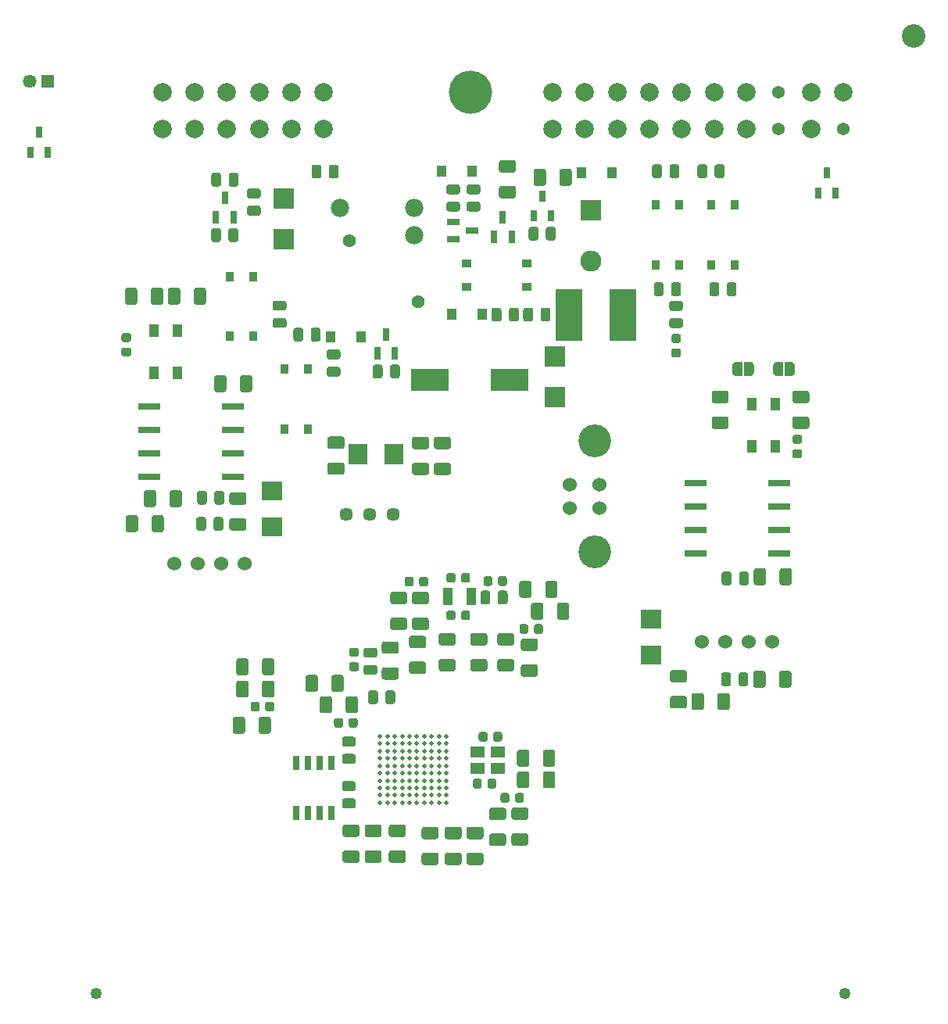
<source format=gts>
G04 #@! TF.GenerationSoftware,KiCad,Pcbnew,(5.1.6-0-10_14)*
G04 #@! TF.CreationDate,2021-12-24T10:53:56+01:00*
G04 #@! TF.ProjectId,CHAdeMO_V2.0,43484164-654d-44f5-9f56-322e302e6b69,rev?*
G04 #@! TF.SameCoordinates,Original*
G04 #@! TF.FileFunction,Soldermask,Top*
G04 #@! TF.FilePolarity,Negative*
%FSLAX46Y46*%
G04 Gerber Fmt 4.6, Leading zero omitted, Abs format (unit mm)*
G04 Created by KiCad (PCBNEW (5.1.6-0-10_14)) date 2021-12-24 10:53:56*
%MOMM*%
%LPD*%
G01*
G04 APERTURE LIST*
%ADD10C,0.470000*%
%ADD11R,1.000000X1.300000*%
%ADD12C,1.975000*%
%ADD13C,1.433000*%
%ADD14R,0.700000X1.150000*%
%ADD15R,0.750000X1.300000*%
%ADD16R,0.700000X1.400000*%
%ADD17R,1.400000X0.700000*%
%ADD18R,1.000000X1.450000*%
%ADD19R,2.000000X2.300000*%
%ADD20R,3.000000X5.550000*%
%ADD21R,2.250000X2.300000*%
%ADD22R,0.900000X1.100000*%
%ADD23R,1.100000X0.900000*%
%ADD24R,4.150000X2.400000*%
%ADD25C,1.450000*%
%ADD26C,4.675000*%
%ADD27C,2.005000*%
%ADD28C,1.370000*%
%ADD29C,1.468000*%
%ADD30R,1.468000X1.468000*%
%ADD31C,0.100000*%
%ADD32R,2.450000X0.800000*%
%ADD33C,2.275000*%
%ADD34R,2.275000X2.275000*%
%ADD35R,1.100000X1.900000*%
%ADD36R,0.750000X1.625000*%
%ADD37R,2.300000X2.000000*%
%ADD38C,2.552000*%
%ADD39C,1.252000*%
%ADD40R,1.500000X1.300000*%
%ADD41C,1.530000*%
%ADD42C,3.550000*%
%ADD43C,1.531000*%
G04 APERTURE END LIST*
G04 #@! TO.C,R17*
G36*
G01*
X78842950Y-74466400D02*
X79805450Y-74466400D01*
G75*
G02*
X80074200Y-74735150I0J-268750D01*
G01*
X80074200Y-75272650D01*
G75*
G02*
X79805450Y-75541400I-268750J0D01*
G01*
X78842950Y-75541400D01*
G75*
G02*
X78574200Y-75272650I0J268750D01*
G01*
X78574200Y-74735150D01*
G75*
G02*
X78842950Y-74466400I268750J0D01*
G01*
G37*
G36*
G01*
X78842950Y-72591400D02*
X79805450Y-72591400D01*
G75*
G02*
X80074200Y-72860150I0J-268750D01*
G01*
X80074200Y-73397650D01*
G75*
G02*
X79805450Y-73666400I-268750J0D01*
G01*
X78842950Y-73666400D01*
G75*
G02*
X78574200Y-73397650I0J268750D01*
G01*
X78574200Y-72860150D01*
G75*
G02*
X78842950Y-72591400I268750J0D01*
G01*
G37*
G04 #@! TD*
G04 #@! TO.C,L4*
G36*
G01*
X104821000Y-126722450D02*
X104821000Y-126159950D01*
G75*
G02*
X105064750Y-125916200I243750J0D01*
G01*
X105552250Y-125916200D01*
G75*
G02*
X105796000Y-126159950I0J-243750D01*
G01*
X105796000Y-126722450D01*
G75*
G02*
X105552250Y-126966200I-243750J0D01*
G01*
X105064750Y-126966200D01*
G75*
G02*
X104821000Y-126722450I0J243750D01*
G01*
G37*
G36*
G01*
X103246000Y-126722450D02*
X103246000Y-126159950D01*
G75*
G02*
X103489750Y-125916200I243750J0D01*
G01*
X103977250Y-125916200D01*
G75*
G02*
X104221000Y-126159950I0J-243750D01*
G01*
X104221000Y-126722450D01*
G75*
G02*
X103977250Y-126966200I-243750J0D01*
G01*
X103489750Y-126966200D01*
G75*
G02*
X103246000Y-126722450I0J243750D01*
G01*
G37*
G04 #@! TD*
G04 #@! TO.C,C29*
G36*
G01*
X107836800Y-125140400D02*
X107836800Y-123830400D01*
G75*
G02*
X108106800Y-123560400I270000J0D01*
G01*
X108916800Y-123560400D01*
G75*
G02*
X109186800Y-123830400I0J-270000D01*
G01*
X109186800Y-125140400D01*
G75*
G02*
X108916800Y-125410400I-270000J0D01*
G01*
X108106800Y-125410400D01*
G75*
G02*
X107836800Y-125140400I0J270000D01*
G01*
G37*
G36*
G01*
X105036800Y-125140400D02*
X105036800Y-123830400D01*
G75*
G02*
X105306800Y-123560400I270000J0D01*
G01*
X106116800Y-123560400D01*
G75*
G02*
X106386800Y-123830400I0J-270000D01*
G01*
X106386800Y-125140400D01*
G75*
G02*
X106116800Y-125410400I-270000J0D01*
G01*
X105306800Y-125410400D01*
G75*
G02*
X105036800Y-125140400I0J270000D01*
G01*
G37*
G04 #@! TD*
G04 #@! TO.C,C28*
G36*
G01*
X107836800Y-122803600D02*
X107836800Y-121493600D01*
G75*
G02*
X108106800Y-121223600I270000J0D01*
G01*
X108916800Y-121223600D01*
G75*
G02*
X109186800Y-121493600I0J-270000D01*
G01*
X109186800Y-122803600D01*
G75*
G02*
X108916800Y-123073600I-270000J0D01*
G01*
X108106800Y-123073600D01*
G75*
G02*
X107836800Y-122803600I0J270000D01*
G01*
G37*
G36*
G01*
X105036800Y-122803600D02*
X105036800Y-121493600D01*
G75*
G02*
X105306800Y-121223600I270000J0D01*
G01*
X106116800Y-121223600D01*
G75*
G02*
X106386800Y-121493600I0J-270000D01*
G01*
X106386800Y-122803600D01*
G75*
G02*
X106116800Y-123073600I-270000J0D01*
G01*
X105306800Y-123073600D01*
G75*
G02*
X105036800Y-122803600I0J270000D01*
G01*
G37*
G04 #@! TD*
D10*
G04 #@! TO.C,IC3*
X90202200Y-119767800D03*
X91002200Y-119767800D03*
X91802200Y-119767800D03*
X92602200Y-119767800D03*
X93402200Y-119767800D03*
X94202200Y-119767800D03*
X95002200Y-119767800D03*
X95802200Y-119767800D03*
X96602200Y-119767800D03*
X97402200Y-119767800D03*
X90202200Y-120567800D03*
X91002200Y-120567800D03*
X91802200Y-120567800D03*
X92602200Y-120567800D03*
X93402200Y-120567800D03*
X94202200Y-120567800D03*
X95002200Y-120567800D03*
X95802200Y-120567800D03*
X96602200Y-120567800D03*
X97402200Y-120567800D03*
X90202200Y-121367800D03*
X91002200Y-121367800D03*
X91802200Y-121367800D03*
X92602200Y-121367800D03*
X93402200Y-121367800D03*
X94202200Y-121367800D03*
X95002200Y-121367800D03*
X95802200Y-121367800D03*
X96602200Y-121367800D03*
X97402200Y-121367800D03*
X90202200Y-122167800D03*
X91002200Y-122167800D03*
X91802200Y-122167800D03*
X92602200Y-122167800D03*
X93402200Y-122167800D03*
X94202200Y-122167800D03*
X95002200Y-122167800D03*
X95802200Y-122167800D03*
X96602200Y-122167800D03*
X97402200Y-122167800D03*
X90202200Y-122967800D03*
X91002200Y-122967800D03*
X91802200Y-122967800D03*
X92602200Y-122967800D03*
X93402200Y-122967800D03*
X94202200Y-122967800D03*
X95002200Y-122967800D03*
X95802200Y-122967800D03*
X96602200Y-122967800D03*
X97402200Y-122967800D03*
X90202200Y-123767800D03*
X91002200Y-123767800D03*
X91802200Y-123767800D03*
X92602200Y-123767800D03*
X93402200Y-123767800D03*
X94202200Y-123767800D03*
X95002200Y-123767800D03*
X95802200Y-123767800D03*
X96602200Y-123767800D03*
X97402200Y-123767800D03*
X90202200Y-124567800D03*
X91002200Y-124567800D03*
X91802200Y-124567800D03*
X92602200Y-124567800D03*
X93402200Y-124567800D03*
X94202200Y-124567800D03*
X95002200Y-124567800D03*
X95802200Y-124567800D03*
X96602200Y-124567800D03*
X97402200Y-124567800D03*
X90202200Y-125367800D03*
X91002200Y-125367800D03*
X91802200Y-125367800D03*
X92602200Y-125367800D03*
X93402200Y-125367800D03*
X94202200Y-125367800D03*
X95002200Y-125367800D03*
X95802200Y-125367800D03*
X96602200Y-125367800D03*
X97402200Y-125367800D03*
X90202200Y-126167800D03*
X91002200Y-126167800D03*
X91802200Y-126167800D03*
X92602200Y-126167800D03*
X93402200Y-126167800D03*
X94202200Y-126167800D03*
X95002200Y-126167800D03*
X95802200Y-126167800D03*
X96602200Y-126167800D03*
X97402200Y-126167800D03*
X90202200Y-126967800D03*
X91002200Y-126967800D03*
X91802200Y-126967800D03*
X92602200Y-126967800D03*
X93402200Y-126967800D03*
X94202200Y-126967800D03*
X95002200Y-126967800D03*
X95802200Y-126967800D03*
X96602200Y-126967800D03*
X97402200Y-126967800D03*
G04 #@! TD*
G04 #@! TO.C,LED2*
G36*
G01*
X122556850Y-77170000D02*
X121994350Y-77170000D01*
G75*
G02*
X121750600Y-76926250I0J243750D01*
G01*
X121750600Y-76438750D01*
G75*
G02*
X121994350Y-76195000I243750J0D01*
G01*
X122556850Y-76195000D01*
G75*
G02*
X122800600Y-76438750I0J-243750D01*
G01*
X122800600Y-76926250D01*
G75*
G02*
X122556850Y-77170000I-243750J0D01*
G01*
G37*
G36*
G01*
X122556850Y-78745000D02*
X121994350Y-78745000D01*
G75*
G02*
X121750600Y-78501250I0J243750D01*
G01*
X121750600Y-78013750D01*
G75*
G02*
X121994350Y-77770000I243750J0D01*
G01*
X122556850Y-77770000D01*
G75*
G02*
X122800600Y-78013750I0J-243750D01*
G01*
X122800600Y-78501250D01*
G75*
G02*
X122556850Y-78745000I-243750J0D01*
G01*
G37*
G04 #@! TD*
G04 #@! TO.C,LED1*
G36*
G01*
X87669950Y-111152700D02*
X87107450Y-111152700D01*
G75*
G02*
X86863700Y-110908950I0J243750D01*
G01*
X86863700Y-110421450D01*
G75*
G02*
X87107450Y-110177700I243750J0D01*
G01*
X87669950Y-110177700D01*
G75*
G02*
X87913700Y-110421450I0J-243750D01*
G01*
X87913700Y-110908950D01*
G75*
G02*
X87669950Y-111152700I-243750J0D01*
G01*
G37*
G36*
G01*
X87669950Y-112727700D02*
X87107450Y-112727700D01*
G75*
G02*
X86863700Y-112483950I0J243750D01*
G01*
X86863700Y-111996450D01*
G75*
G02*
X87107450Y-111752700I243750J0D01*
G01*
X87669950Y-111752700D01*
G75*
G02*
X87913700Y-111996450I0J-243750D01*
G01*
X87913700Y-112483950D01*
G75*
G02*
X87669950Y-112727700I-243750J0D01*
G01*
G37*
G04 #@! TD*
D11*
G04 #@! TO.C,D1*
X88187800Y-76476200D03*
X84887800Y-76476200D03*
G04 #@! TD*
G04 #@! TO.C,D2*
X115315000Y-58699400D03*
X112015000Y-58699400D03*
G04 #@! TD*
G04 #@! TO.C,D8*
X100202000Y-58547000D03*
X96902000Y-58547000D03*
G04 #@! TD*
G04 #@! TO.C,D7*
X101268800Y-74079100D03*
X97968800Y-74079100D03*
G04 #@! TD*
G04 #@! TO.C,R30*
G36*
G01*
X121794350Y-74491800D02*
X122756850Y-74491800D01*
G75*
G02*
X123025600Y-74760550I0J-268750D01*
G01*
X123025600Y-75298050D01*
G75*
G02*
X122756850Y-75566800I-268750J0D01*
G01*
X121794350Y-75566800D01*
G75*
G02*
X121525600Y-75298050I0J268750D01*
G01*
X121525600Y-74760550D01*
G75*
G02*
X121794350Y-74491800I268750J0D01*
G01*
G37*
G36*
G01*
X121794350Y-72616800D02*
X122756850Y-72616800D01*
G75*
G02*
X123025600Y-72885550I0J-268750D01*
G01*
X123025600Y-73423050D01*
G75*
G02*
X122756850Y-73691800I-268750J0D01*
G01*
X121794350Y-73691800D01*
G75*
G02*
X121525600Y-73423050I0J268750D01*
G01*
X121525600Y-72885550D01*
G75*
G02*
X121794350Y-72616800I268750J0D01*
G01*
G37*
G04 #@! TD*
G04 #@! TO.C,R23*
G36*
G01*
X106788000Y-73623250D02*
X106788000Y-74585750D01*
G75*
G02*
X106519250Y-74854500I-268750J0D01*
G01*
X105981750Y-74854500D01*
G75*
G02*
X105713000Y-74585750I0J268750D01*
G01*
X105713000Y-73623250D01*
G75*
G02*
X105981750Y-73354500I268750J0D01*
G01*
X106519250Y-73354500D01*
G75*
G02*
X106788000Y-73623250I0J-268750D01*
G01*
G37*
G36*
G01*
X108663000Y-73623250D02*
X108663000Y-74585750D01*
G75*
G02*
X108394250Y-74854500I-268750J0D01*
G01*
X107856750Y-74854500D01*
G75*
G02*
X107588000Y-74585750I0J268750D01*
G01*
X107588000Y-73623250D01*
G75*
G02*
X107856750Y-73354500I268750J0D01*
G01*
X108394250Y-73354500D01*
G75*
G02*
X108663000Y-73623250I0J-268750D01*
G01*
G37*
G04 #@! TD*
G04 #@! TO.C,R24*
G36*
G01*
X107359500Y-64860250D02*
X107359500Y-65822750D01*
G75*
G02*
X107090750Y-66091500I-268750J0D01*
G01*
X106553250Y-66091500D01*
G75*
G02*
X106284500Y-65822750I0J268750D01*
G01*
X106284500Y-64860250D01*
G75*
G02*
X106553250Y-64591500I268750J0D01*
G01*
X107090750Y-64591500D01*
G75*
G02*
X107359500Y-64860250I0J-268750D01*
G01*
G37*
G36*
G01*
X109234500Y-64860250D02*
X109234500Y-65822750D01*
G75*
G02*
X108965750Y-66091500I-268750J0D01*
G01*
X108428250Y-66091500D01*
G75*
G02*
X108159500Y-65822750I0J268750D01*
G01*
X108159500Y-64860250D01*
G75*
G02*
X108428250Y-64591500I268750J0D01*
G01*
X108965750Y-64591500D01*
G75*
G02*
X109234500Y-64860250I0J-268750D01*
G01*
G37*
G04 #@! TD*
G04 #@! TO.C,R29*
G36*
G01*
X103359000Y-73623250D02*
X103359000Y-74585750D01*
G75*
G02*
X103090250Y-74854500I-268750J0D01*
G01*
X102552750Y-74854500D01*
G75*
G02*
X102284000Y-74585750I0J268750D01*
G01*
X102284000Y-73623250D01*
G75*
G02*
X102552750Y-73354500I268750J0D01*
G01*
X103090250Y-73354500D01*
G75*
G02*
X103359000Y-73623250I0J-268750D01*
G01*
G37*
G36*
G01*
X105234000Y-73623250D02*
X105234000Y-74585750D01*
G75*
G02*
X104965250Y-74854500I-268750J0D01*
G01*
X104427750Y-74854500D01*
G75*
G02*
X104159000Y-74585750I0J268750D01*
G01*
X104159000Y-73623250D01*
G75*
G02*
X104427750Y-73354500I268750J0D01*
G01*
X104965250Y-73354500D01*
G75*
G02*
X105234000Y-73623250I0J-268750D01*
G01*
G37*
G04 #@! TD*
G04 #@! TO.C,R21*
G36*
G01*
X100811250Y-61068000D02*
X99848750Y-61068000D01*
G75*
G02*
X99580000Y-60799250I0J268750D01*
G01*
X99580000Y-60261750D01*
G75*
G02*
X99848750Y-59993000I268750J0D01*
G01*
X100811250Y-59993000D01*
G75*
G02*
X101080000Y-60261750I0J-268750D01*
G01*
X101080000Y-60799250D01*
G75*
G02*
X100811250Y-61068000I-268750J0D01*
G01*
G37*
G36*
G01*
X100811250Y-62943000D02*
X99848750Y-62943000D01*
G75*
G02*
X99580000Y-62674250I0J268750D01*
G01*
X99580000Y-62136750D01*
G75*
G02*
X99848750Y-61868000I268750J0D01*
G01*
X100811250Y-61868000D01*
G75*
G02*
X101080000Y-62136750I0J-268750D01*
G01*
X101080000Y-62674250D01*
G75*
G02*
X100811250Y-62943000I-268750J0D01*
G01*
G37*
G04 #@! TD*
G04 #@! TO.C,R28*
G36*
G01*
X120933100Y-70867350D02*
X120933100Y-71829850D01*
G75*
G02*
X120664350Y-72098600I-268750J0D01*
G01*
X120126850Y-72098600D01*
G75*
G02*
X119858100Y-71829850I0J268750D01*
G01*
X119858100Y-70867350D01*
G75*
G02*
X120126850Y-70598600I268750J0D01*
G01*
X120664350Y-70598600D01*
G75*
G02*
X120933100Y-70867350I0J-268750D01*
G01*
G37*
G36*
G01*
X122808100Y-70867350D02*
X122808100Y-71829850D01*
G75*
G02*
X122539350Y-72098600I-268750J0D01*
G01*
X122001850Y-72098600D01*
G75*
G02*
X121733100Y-71829850I0J268750D01*
G01*
X121733100Y-70867350D01*
G75*
G02*
X122001850Y-70598600I268750J0D01*
G01*
X122539350Y-70598600D01*
G75*
G02*
X122808100Y-70867350I0J-268750D01*
G01*
G37*
G04 #@! TD*
G04 #@! TO.C,R27*
G36*
G01*
X127755600Y-71829850D02*
X127755600Y-70867350D01*
G75*
G02*
X128024350Y-70598600I268750J0D01*
G01*
X128561850Y-70598600D01*
G75*
G02*
X128830600Y-70867350I0J-268750D01*
G01*
X128830600Y-71829850D01*
G75*
G02*
X128561850Y-72098600I-268750J0D01*
G01*
X128024350Y-72098600D01*
G75*
G02*
X127755600Y-71829850I0J268750D01*
G01*
G37*
G36*
G01*
X125880600Y-71829850D02*
X125880600Y-70867350D01*
G75*
G02*
X126149350Y-70598600I268750J0D01*
G01*
X126686850Y-70598600D01*
G75*
G02*
X126955600Y-70867350I0J-268750D01*
G01*
X126955600Y-71829850D01*
G75*
G02*
X126686850Y-72098600I-268750J0D01*
G01*
X126149350Y-72098600D01*
G75*
G02*
X125880600Y-71829850I0J268750D01*
G01*
G37*
G04 #@! TD*
G04 #@! TO.C,R19*
G36*
G01*
X91281200Y-80745250D02*
X91281200Y-79782750D01*
G75*
G02*
X91549950Y-79514000I268750J0D01*
G01*
X92087450Y-79514000D01*
G75*
G02*
X92356200Y-79782750I0J-268750D01*
G01*
X92356200Y-80745250D01*
G75*
G02*
X92087450Y-81014000I-268750J0D01*
G01*
X91549950Y-81014000D01*
G75*
G02*
X91281200Y-80745250I0J268750D01*
G01*
G37*
G36*
G01*
X89406200Y-80745250D02*
X89406200Y-79782750D01*
G75*
G02*
X89674950Y-79514000I268750J0D01*
G01*
X90212450Y-79514000D01*
G75*
G02*
X90481200Y-79782750I0J-268750D01*
G01*
X90481200Y-80745250D01*
G75*
G02*
X90212450Y-81014000I-268750J0D01*
G01*
X89674950Y-81014000D01*
G75*
G02*
X89406200Y-80745250I0J268750D01*
G01*
G37*
G04 #@! TD*
G04 #@! TO.C,R9*
G36*
G01*
X73780600Y-65962450D02*
X73780600Y-64999950D01*
G75*
G02*
X74049350Y-64731200I268750J0D01*
G01*
X74586850Y-64731200D01*
G75*
G02*
X74855600Y-64999950I0J-268750D01*
G01*
X74855600Y-65962450D01*
G75*
G02*
X74586850Y-66231200I-268750J0D01*
G01*
X74049350Y-66231200D01*
G75*
G02*
X73780600Y-65962450I0J268750D01*
G01*
G37*
G36*
G01*
X71905600Y-65962450D02*
X71905600Y-64999950D01*
G75*
G02*
X72174350Y-64731200I268750J0D01*
G01*
X72711850Y-64731200D01*
G75*
G02*
X72980600Y-64999950I0J-268750D01*
G01*
X72980600Y-65962450D01*
G75*
G02*
X72711850Y-66231200I-268750J0D01*
G01*
X72174350Y-66231200D01*
G75*
G02*
X71905600Y-65962450I0J268750D01*
G01*
G37*
G04 #@! TD*
G04 #@! TO.C,R22*
G36*
G01*
X97638950Y-61868000D02*
X98601450Y-61868000D01*
G75*
G02*
X98870200Y-62136750I0J-268750D01*
G01*
X98870200Y-62674250D01*
G75*
G02*
X98601450Y-62943000I-268750J0D01*
G01*
X97638950Y-62943000D01*
G75*
G02*
X97370200Y-62674250I0J268750D01*
G01*
X97370200Y-62136750D01*
G75*
G02*
X97638950Y-61868000I268750J0D01*
G01*
G37*
G36*
G01*
X97638950Y-59993000D02*
X98601450Y-59993000D01*
G75*
G02*
X98870200Y-60261750I0J-268750D01*
G01*
X98870200Y-60799250D01*
G75*
G02*
X98601450Y-61068000I-268750J0D01*
G01*
X97638950Y-61068000D01*
G75*
G02*
X97370200Y-60799250I0J268750D01*
G01*
X97370200Y-60261750D01*
G75*
G02*
X97638950Y-59993000I268750J0D01*
G01*
G37*
G04 #@! TD*
G04 #@! TO.C,R18*
G36*
G01*
X90773200Y-116025850D02*
X90773200Y-115063350D01*
G75*
G02*
X91041950Y-114794600I268750J0D01*
G01*
X91579450Y-114794600D01*
G75*
G02*
X91848200Y-115063350I0J-268750D01*
G01*
X91848200Y-116025850D01*
G75*
G02*
X91579450Y-116294600I-268750J0D01*
G01*
X91041950Y-116294600D01*
G75*
G02*
X90773200Y-116025850I0J268750D01*
G01*
G37*
G36*
G01*
X88898200Y-116025850D02*
X88898200Y-115063350D01*
G75*
G02*
X89166950Y-114794600I268750J0D01*
G01*
X89704450Y-114794600D01*
G75*
G02*
X89973200Y-115063350I0J-268750D01*
G01*
X89973200Y-116025850D01*
G75*
G02*
X89704450Y-116294600I-268750J0D01*
G01*
X89166950Y-116294600D01*
G75*
G02*
X88898200Y-116025850I0J268750D01*
G01*
G37*
G04 #@! TD*
D12*
G04 #@! TO.C,K1*
X93868000Y-65541600D03*
X85868000Y-62541600D03*
X93868000Y-62541600D03*
D13*
X94368000Y-72741600D03*
X86868000Y-66141600D03*
G04 #@! TD*
D14*
G04 #@! TO.C,D5*
X53247600Y-54322800D03*
X54197600Y-56522800D03*
X52297600Y-56522800D03*
G04 #@! TD*
G04 #@! TO.C,D4*
X138633200Y-58767800D03*
X139583200Y-60967800D03*
X137683200Y-60967800D03*
G04 #@! TD*
D15*
G04 #@! TO.C,Q5*
X107797600Y-61307000D03*
X108757600Y-63407000D03*
X106837600Y-63407000D03*
G04 #@! TD*
D16*
G04 #@! TO.C,Q3*
X103505000Y-63567600D03*
X104455000Y-65667600D03*
X102555000Y-65667600D03*
G04 #@! TD*
D17*
G04 #@! TO.C,Q4*
X100211600Y-65024000D03*
X98111600Y-65974000D03*
X98111600Y-64074000D03*
G04 #@! TD*
D16*
G04 #@! TO.C,Q2*
X90881200Y-76226200D03*
X91831200Y-78326200D03*
X89931200Y-78326200D03*
G04 #@! TD*
G04 #@! TO.C,Q1*
X73380600Y-61434000D03*
X74330600Y-63534000D03*
X72430600Y-63534000D03*
G04 #@! TD*
D18*
G04 #@! TO.C,L6*
X130499800Y-83831000D03*
X132999800Y-83831000D03*
X132999800Y-88381000D03*
X130499800Y-88381000D03*
G04 #@! TD*
G04 #@! TO.C,L5*
X65724600Y-75847000D03*
X68224600Y-75847000D03*
X68224600Y-80397000D03*
X65724600Y-80397000D03*
G04 #@! TD*
D19*
G04 #@! TO.C,L9*
X87839000Y-89179400D03*
X91739000Y-89179400D03*
G04 #@! TD*
G04 #@! TO.C,F2*
G36*
G01*
X108177500Y-58577800D02*
X108177500Y-59887800D01*
G75*
G02*
X107907500Y-60157800I-270000J0D01*
G01*
X107097500Y-60157800D01*
G75*
G02*
X106827500Y-59887800I0J270000D01*
G01*
X106827500Y-58577800D01*
G75*
G02*
X107097500Y-58307800I270000J0D01*
G01*
X107907500Y-58307800D01*
G75*
G02*
X108177500Y-58577800I0J-270000D01*
G01*
G37*
G36*
G01*
X110977500Y-58577800D02*
X110977500Y-59887800D01*
G75*
G02*
X110707500Y-60157800I-270000J0D01*
G01*
X109897500Y-60157800D01*
G75*
G02*
X109627500Y-59887800I0J270000D01*
G01*
X109627500Y-58577800D01*
G75*
G02*
X109897500Y-58307800I270000J0D01*
G01*
X110707500Y-58307800D01*
G75*
G02*
X110977500Y-58577800I0J-270000D01*
G01*
G37*
G04 #@! TD*
G04 #@! TO.C,F3*
G36*
G01*
X104668000Y-58711000D02*
X103358000Y-58711000D01*
G75*
G02*
X103088000Y-58441000I0J270000D01*
G01*
X103088000Y-57631000D01*
G75*
G02*
X103358000Y-57361000I270000J0D01*
G01*
X104668000Y-57361000D01*
G75*
G02*
X104938000Y-57631000I0J-270000D01*
G01*
X104938000Y-58441000D01*
G75*
G02*
X104668000Y-58711000I-270000J0D01*
G01*
G37*
G36*
G01*
X104668000Y-61511000D02*
X103358000Y-61511000D01*
G75*
G02*
X103088000Y-61241000I0J270000D01*
G01*
X103088000Y-60431000D01*
G75*
G02*
X103358000Y-60161000I270000J0D01*
G01*
X104668000Y-60161000D01*
G75*
G02*
X104938000Y-60431000I0J-270000D01*
G01*
X104938000Y-61241000D01*
G75*
G02*
X104668000Y-61511000I-270000J0D01*
G01*
G37*
G04 #@! TD*
D20*
G04 #@! TO.C,F1*
X110711500Y-74168000D03*
X116491500Y-74168000D03*
G04 #@! TD*
D21*
G04 #@! TO.C,D6*
X109169200Y-83073600D03*
X109169200Y-78673600D03*
G04 #@! TD*
G04 #@! TO.C,D3*
X79781400Y-65896600D03*
X79781400Y-61496600D03*
G04 #@! TD*
D22*
G04 #@! TO.C,U7*
X122603100Y-68744200D03*
X120063100Y-68744200D03*
X120063100Y-62244200D03*
X122603100Y-62244200D03*
G04 #@! TD*
G04 #@! TO.C,U6*
X128625600Y-68744200D03*
X126085600Y-68744200D03*
X126085600Y-62244200D03*
X128625600Y-62244200D03*
G04 #@! TD*
D23*
G04 #@! TO.C,U5*
X99594300Y-71120000D03*
X99594300Y-68580000D03*
X106094300Y-68580000D03*
X106094300Y-71120000D03*
G04 #@! TD*
D22*
G04 #@! TO.C,U4*
X82423000Y-86473400D03*
X79883000Y-86473400D03*
X79883000Y-79973400D03*
X82423000Y-79973400D03*
G04 #@! TD*
G04 #@! TO.C,U3*
X76479400Y-76465800D03*
X73939400Y-76465800D03*
X73939400Y-69965800D03*
X76479400Y-69965800D03*
G04 #@! TD*
D24*
G04 #@! TO.C,C44*
X104198200Y-81203800D03*
X95598200Y-81203800D03*
G04 #@! TD*
D25*
G04 #@! TO.C,PS3*
X86563200Y-95707200D03*
X89103200Y-95707200D03*
X91643200Y-95707200D03*
G04 #@! TD*
D26*
G04 #@! TO.C,J2*
X100000000Y-50000000D03*
D27*
X108890000Y-50000000D03*
X112390000Y-50000000D03*
X115890000Y-50000000D03*
X119390000Y-50000000D03*
X122890000Y-50000000D03*
X126390000Y-50000000D03*
X129890000Y-50000000D03*
D28*
X133390000Y-50000000D03*
D27*
X136890000Y-50000000D03*
X140390000Y-50000000D03*
X108890000Y-54000000D03*
X112390000Y-54000000D03*
X115890000Y-54000000D03*
X119390000Y-54000000D03*
X122890000Y-54000000D03*
X126390000Y-54000000D03*
X129890000Y-54000000D03*
D28*
X133390000Y-54000000D03*
D27*
X136890000Y-54000000D03*
D28*
X140390000Y-54000000D03*
D27*
X66620000Y-50000000D03*
X70120000Y-50000000D03*
X73620000Y-50000000D03*
X77120000Y-50000000D03*
X80620000Y-50000000D03*
X84120000Y-50000000D03*
X66620000Y-54000000D03*
X70120000Y-54000000D03*
X73620000Y-54000000D03*
X77120000Y-54000000D03*
X80620000Y-54000000D03*
X84120000Y-54000000D03*
G04 #@! TD*
D29*
G04 #@! TO.C,J4*
X52213000Y-48810000D03*
D30*
X54213000Y-48810000D03*
G04 #@! TD*
G04 #@! TO.C,R13*
G36*
G01*
X136443400Y-83686000D02*
X135133400Y-83686000D01*
G75*
G02*
X134863400Y-83416000I0J270000D01*
G01*
X134863400Y-82606000D01*
G75*
G02*
X135133400Y-82336000I270000J0D01*
G01*
X136443400Y-82336000D01*
G75*
G02*
X136713400Y-82606000I0J-270000D01*
G01*
X136713400Y-83416000D01*
G75*
G02*
X136443400Y-83686000I-270000J0D01*
G01*
G37*
G36*
G01*
X136443400Y-86486000D02*
X135133400Y-86486000D01*
G75*
G02*
X134863400Y-86216000I0J270000D01*
G01*
X134863400Y-85406000D01*
G75*
G02*
X135133400Y-85136000I270000J0D01*
G01*
X136443400Y-85136000D01*
G75*
G02*
X136713400Y-85406000I0J-270000D01*
G01*
X136713400Y-86216000D01*
G75*
G02*
X136443400Y-86486000I-270000J0D01*
G01*
G37*
G04 #@! TD*
G04 #@! TO.C,R12*
G36*
G01*
X126395800Y-85136000D02*
X127705800Y-85136000D01*
G75*
G02*
X127975800Y-85406000I0J-270000D01*
G01*
X127975800Y-86216000D01*
G75*
G02*
X127705800Y-86486000I-270000J0D01*
G01*
X126395800Y-86486000D01*
G75*
G02*
X126125800Y-86216000I0J270000D01*
G01*
X126125800Y-85406000D01*
G75*
G02*
X126395800Y-85136000I270000J0D01*
G01*
G37*
G36*
G01*
X126395800Y-82336000D02*
X127705800Y-82336000D01*
G75*
G02*
X127975800Y-82606000I0J-270000D01*
G01*
X127975800Y-83416000D01*
G75*
G02*
X127705800Y-83686000I-270000J0D01*
G01*
X126395800Y-83686000D01*
G75*
G02*
X126125800Y-83416000I0J270000D01*
G01*
X126125800Y-82606000D01*
G75*
G02*
X126395800Y-82336000I270000J0D01*
G01*
G37*
G04 #@! TD*
D31*
G04 #@! TO.C,JP2*
G36*
X133318689Y-80783998D02*
G01*
X133300266Y-80783998D01*
X133295365Y-80783757D01*
X133246534Y-80778947D01*
X133241681Y-80778227D01*
X133193556Y-80768655D01*
X133188795Y-80767463D01*
X133141840Y-80753219D01*
X133137221Y-80751566D01*
X133091888Y-80732789D01*
X133087451Y-80730691D01*
X133044178Y-80707560D01*
X133039971Y-80705038D01*
X132999172Y-80677778D01*
X132995230Y-80674854D01*
X132957301Y-80643726D01*
X132953666Y-80640431D01*
X132918969Y-80605734D01*
X132915674Y-80602099D01*
X132884546Y-80564170D01*
X132881622Y-80560228D01*
X132854362Y-80519429D01*
X132851840Y-80515222D01*
X132828709Y-80471949D01*
X132826611Y-80467512D01*
X132807834Y-80422179D01*
X132806181Y-80417560D01*
X132791937Y-80370605D01*
X132790745Y-80365844D01*
X132781173Y-80317719D01*
X132780453Y-80312866D01*
X132775643Y-80264035D01*
X132775402Y-80259134D01*
X132775402Y-80240711D01*
X132774800Y-80234600D01*
X132774800Y-79734600D01*
X132775402Y-79728489D01*
X132775402Y-79710066D01*
X132775643Y-79705165D01*
X132780453Y-79656334D01*
X132781173Y-79651481D01*
X132790745Y-79603356D01*
X132791937Y-79598595D01*
X132806181Y-79551640D01*
X132807834Y-79547021D01*
X132826611Y-79501688D01*
X132828709Y-79497251D01*
X132851840Y-79453978D01*
X132854362Y-79449771D01*
X132881622Y-79408972D01*
X132884546Y-79405030D01*
X132915674Y-79367101D01*
X132918969Y-79363466D01*
X132953666Y-79328769D01*
X132957301Y-79325474D01*
X132995230Y-79294346D01*
X132999172Y-79291422D01*
X133039971Y-79264162D01*
X133044178Y-79261640D01*
X133087451Y-79238509D01*
X133091888Y-79236411D01*
X133137221Y-79217634D01*
X133141840Y-79215981D01*
X133188795Y-79201737D01*
X133193556Y-79200545D01*
X133241681Y-79190973D01*
X133246534Y-79190253D01*
X133295365Y-79185443D01*
X133300266Y-79185202D01*
X133318689Y-79185202D01*
X133324800Y-79184600D01*
X133824800Y-79184600D01*
X133834555Y-79185561D01*
X133843934Y-79188406D01*
X133852579Y-79193027D01*
X133860155Y-79199245D01*
X133866373Y-79206821D01*
X133870994Y-79215466D01*
X133873839Y-79224845D01*
X133874800Y-79234600D01*
X133874800Y-80734600D01*
X133873839Y-80744355D01*
X133870994Y-80753734D01*
X133866373Y-80762379D01*
X133860155Y-80769955D01*
X133852579Y-80776173D01*
X133843934Y-80780794D01*
X133834555Y-80783639D01*
X133824800Y-80784600D01*
X133324800Y-80784600D01*
X133318689Y-80783998D01*
G37*
G36*
X134115045Y-80783639D02*
G01*
X134105666Y-80780794D01*
X134097021Y-80776173D01*
X134089445Y-80769955D01*
X134083227Y-80762379D01*
X134078606Y-80753734D01*
X134075761Y-80744355D01*
X134074800Y-80734600D01*
X134074800Y-79234600D01*
X134075761Y-79224845D01*
X134078606Y-79215466D01*
X134083227Y-79206821D01*
X134089445Y-79199245D01*
X134097021Y-79193027D01*
X134105666Y-79188406D01*
X134115045Y-79185561D01*
X134124800Y-79184600D01*
X134624800Y-79184600D01*
X134630911Y-79185202D01*
X134649334Y-79185202D01*
X134654235Y-79185443D01*
X134703066Y-79190253D01*
X134707919Y-79190973D01*
X134756044Y-79200545D01*
X134760805Y-79201737D01*
X134807760Y-79215981D01*
X134812379Y-79217634D01*
X134857712Y-79236411D01*
X134862149Y-79238509D01*
X134905422Y-79261640D01*
X134909629Y-79264162D01*
X134950428Y-79291422D01*
X134954370Y-79294346D01*
X134992299Y-79325474D01*
X134995934Y-79328769D01*
X135030631Y-79363466D01*
X135033926Y-79367101D01*
X135065054Y-79405030D01*
X135067978Y-79408972D01*
X135095238Y-79449771D01*
X135097760Y-79453978D01*
X135120891Y-79497251D01*
X135122989Y-79501688D01*
X135141766Y-79547021D01*
X135143419Y-79551640D01*
X135157663Y-79598595D01*
X135158855Y-79603356D01*
X135168427Y-79651481D01*
X135169147Y-79656334D01*
X135173957Y-79705165D01*
X135174198Y-79710066D01*
X135174198Y-79728489D01*
X135174800Y-79734600D01*
X135174800Y-80234600D01*
X135174198Y-80240711D01*
X135174198Y-80259134D01*
X135173957Y-80264035D01*
X135169147Y-80312866D01*
X135168427Y-80317719D01*
X135158855Y-80365844D01*
X135157663Y-80370605D01*
X135143419Y-80417560D01*
X135141766Y-80422179D01*
X135122989Y-80467512D01*
X135120891Y-80471949D01*
X135097760Y-80515222D01*
X135095238Y-80519429D01*
X135067978Y-80560228D01*
X135065054Y-80564170D01*
X135033926Y-80602099D01*
X135030631Y-80605734D01*
X134995934Y-80640431D01*
X134992299Y-80643726D01*
X134954370Y-80674854D01*
X134950428Y-80677778D01*
X134909629Y-80705038D01*
X134905422Y-80707560D01*
X134862149Y-80730691D01*
X134857712Y-80732789D01*
X134812379Y-80751566D01*
X134807760Y-80753219D01*
X134760805Y-80767463D01*
X134756044Y-80768655D01*
X134707919Y-80778227D01*
X134703066Y-80778947D01*
X134654235Y-80783757D01*
X134649334Y-80783998D01*
X134630911Y-80783998D01*
X134624800Y-80784600D01*
X134124800Y-80784600D01*
X134115045Y-80783639D01*
G37*
G04 #@! TD*
G04 #@! TO.C,C35*
G36*
G01*
X135117150Y-88692000D02*
X135679650Y-88692000D01*
G75*
G02*
X135923400Y-88935750I0J-243750D01*
G01*
X135923400Y-89423250D01*
G75*
G02*
X135679650Y-89667000I-243750J0D01*
G01*
X135117150Y-89667000D01*
G75*
G02*
X134873400Y-89423250I0J243750D01*
G01*
X134873400Y-88935750D01*
G75*
G02*
X135117150Y-88692000I243750J0D01*
G01*
G37*
G36*
G01*
X135117150Y-87117000D02*
X135679650Y-87117000D01*
G75*
G02*
X135923400Y-87360750I0J-243750D01*
G01*
X135923400Y-87848250D01*
G75*
G02*
X135679650Y-88092000I-243750J0D01*
G01*
X135117150Y-88092000D01*
G75*
G02*
X134873400Y-87848250I0J243750D01*
G01*
X134873400Y-87360750D01*
G75*
G02*
X135117150Y-87117000I243750J0D01*
G01*
G37*
G04 #@! TD*
G04 #@! TO.C,JP1*
G36*
X128868689Y-80783998D02*
G01*
X128850266Y-80783998D01*
X128845365Y-80783757D01*
X128796534Y-80778947D01*
X128791681Y-80778227D01*
X128743556Y-80768655D01*
X128738795Y-80767463D01*
X128691840Y-80753219D01*
X128687221Y-80751566D01*
X128641888Y-80732789D01*
X128637451Y-80730691D01*
X128594178Y-80707560D01*
X128589971Y-80705038D01*
X128549172Y-80677778D01*
X128545230Y-80674854D01*
X128507301Y-80643726D01*
X128503666Y-80640431D01*
X128468969Y-80605734D01*
X128465674Y-80602099D01*
X128434546Y-80564170D01*
X128431622Y-80560228D01*
X128404362Y-80519429D01*
X128401840Y-80515222D01*
X128378709Y-80471949D01*
X128376611Y-80467512D01*
X128357834Y-80422179D01*
X128356181Y-80417560D01*
X128341937Y-80370605D01*
X128340745Y-80365844D01*
X128331173Y-80317719D01*
X128330453Y-80312866D01*
X128325643Y-80264035D01*
X128325402Y-80259134D01*
X128325402Y-80240711D01*
X128324800Y-80234600D01*
X128324800Y-79734600D01*
X128325402Y-79728489D01*
X128325402Y-79710066D01*
X128325643Y-79705165D01*
X128330453Y-79656334D01*
X128331173Y-79651481D01*
X128340745Y-79603356D01*
X128341937Y-79598595D01*
X128356181Y-79551640D01*
X128357834Y-79547021D01*
X128376611Y-79501688D01*
X128378709Y-79497251D01*
X128401840Y-79453978D01*
X128404362Y-79449771D01*
X128431622Y-79408972D01*
X128434546Y-79405030D01*
X128465674Y-79367101D01*
X128468969Y-79363466D01*
X128503666Y-79328769D01*
X128507301Y-79325474D01*
X128545230Y-79294346D01*
X128549172Y-79291422D01*
X128589971Y-79264162D01*
X128594178Y-79261640D01*
X128637451Y-79238509D01*
X128641888Y-79236411D01*
X128687221Y-79217634D01*
X128691840Y-79215981D01*
X128738795Y-79201737D01*
X128743556Y-79200545D01*
X128791681Y-79190973D01*
X128796534Y-79190253D01*
X128845365Y-79185443D01*
X128850266Y-79185202D01*
X128868689Y-79185202D01*
X128874800Y-79184600D01*
X129374800Y-79184600D01*
X129384555Y-79185561D01*
X129393934Y-79188406D01*
X129402579Y-79193027D01*
X129410155Y-79199245D01*
X129416373Y-79206821D01*
X129420994Y-79215466D01*
X129423839Y-79224845D01*
X129424800Y-79234600D01*
X129424800Y-80734600D01*
X129423839Y-80744355D01*
X129420994Y-80753734D01*
X129416373Y-80762379D01*
X129410155Y-80769955D01*
X129402579Y-80776173D01*
X129393934Y-80780794D01*
X129384555Y-80783639D01*
X129374800Y-80784600D01*
X128874800Y-80784600D01*
X128868689Y-80783998D01*
G37*
G36*
X129665045Y-80783639D02*
G01*
X129655666Y-80780794D01*
X129647021Y-80776173D01*
X129639445Y-80769955D01*
X129633227Y-80762379D01*
X129628606Y-80753734D01*
X129625761Y-80744355D01*
X129624800Y-80734600D01*
X129624800Y-79234600D01*
X129625761Y-79224845D01*
X129628606Y-79215466D01*
X129633227Y-79206821D01*
X129639445Y-79199245D01*
X129647021Y-79193027D01*
X129655666Y-79188406D01*
X129665045Y-79185561D01*
X129674800Y-79184600D01*
X130174800Y-79184600D01*
X130180911Y-79185202D01*
X130199334Y-79185202D01*
X130204235Y-79185443D01*
X130253066Y-79190253D01*
X130257919Y-79190973D01*
X130306044Y-79200545D01*
X130310805Y-79201737D01*
X130357760Y-79215981D01*
X130362379Y-79217634D01*
X130407712Y-79236411D01*
X130412149Y-79238509D01*
X130455422Y-79261640D01*
X130459629Y-79264162D01*
X130500428Y-79291422D01*
X130504370Y-79294346D01*
X130542299Y-79325474D01*
X130545934Y-79328769D01*
X130580631Y-79363466D01*
X130583926Y-79367101D01*
X130615054Y-79405030D01*
X130617978Y-79408972D01*
X130645238Y-79449771D01*
X130647760Y-79453978D01*
X130670891Y-79497251D01*
X130672989Y-79501688D01*
X130691766Y-79547021D01*
X130693419Y-79551640D01*
X130707663Y-79598595D01*
X130708855Y-79603356D01*
X130718427Y-79651481D01*
X130719147Y-79656334D01*
X130723957Y-79705165D01*
X130724198Y-79710066D01*
X130724198Y-79728489D01*
X130724800Y-79734600D01*
X130724800Y-80234600D01*
X130724198Y-80240711D01*
X130724198Y-80259134D01*
X130723957Y-80264035D01*
X130719147Y-80312866D01*
X130718427Y-80317719D01*
X130708855Y-80365844D01*
X130707663Y-80370605D01*
X130693419Y-80417560D01*
X130691766Y-80422179D01*
X130672989Y-80467512D01*
X130670891Y-80471949D01*
X130647760Y-80515222D01*
X130645238Y-80519429D01*
X130617978Y-80560228D01*
X130615054Y-80564170D01*
X130583926Y-80602099D01*
X130580631Y-80605734D01*
X130545934Y-80640431D01*
X130542299Y-80643726D01*
X130504370Y-80674854D01*
X130500428Y-80677778D01*
X130459629Y-80705038D01*
X130455422Y-80707560D01*
X130412149Y-80730691D01*
X130407712Y-80732789D01*
X130362379Y-80751566D01*
X130357760Y-80753219D01*
X130310805Y-80767463D01*
X130306044Y-80768655D01*
X130257919Y-80778227D01*
X130253066Y-80778947D01*
X130204235Y-80783757D01*
X130199334Y-80783998D01*
X130180911Y-80783998D01*
X130174800Y-80784600D01*
X129674800Y-80784600D01*
X129665045Y-80783639D01*
G37*
G04 #@! TD*
G04 #@! TO.C,R26*
G36*
G01*
X120758000Y-58091150D02*
X120758000Y-59053650D01*
G75*
G02*
X120489250Y-59322400I-268750J0D01*
G01*
X119951750Y-59322400D01*
G75*
G02*
X119683000Y-59053650I0J268750D01*
G01*
X119683000Y-58091150D01*
G75*
G02*
X119951750Y-57822400I268750J0D01*
G01*
X120489250Y-57822400D01*
G75*
G02*
X120758000Y-58091150I0J-268750D01*
G01*
G37*
G36*
G01*
X122633000Y-58091150D02*
X122633000Y-59053650D01*
G75*
G02*
X122364250Y-59322400I-268750J0D01*
G01*
X121826750Y-59322400D01*
G75*
G02*
X121558000Y-59053650I0J268750D01*
G01*
X121558000Y-58091150D01*
G75*
G02*
X121826750Y-57822400I268750J0D01*
G01*
X122364250Y-57822400D01*
G75*
G02*
X122633000Y-58091150I0J-268750D01*
G01*
G37*
G04 #@! TD*
G04 #@! TO.C,R25*
G36*
G01*
X125660200Y-58091150D02*
X125660200Y-59053650D01*
G75*
G02*
X125391450Y-59322400I-268750J0D01*
G01*
X124853950Y-59322400D01*
G75*
G02*
X124585200Y-59053650I0J268750D01*
G01*
X124585200Y-58091150D01*
G75*
G02*
X124853950Y-57822400I268750J0D01*
G01*
X125391450Y-57822400D01*
G75*
G02*
X125660200Y-58091150I0J-268750D01*
G01*
G37*
G36*
G01*
X127535200Y-58091150D02*
X127535200Y-59053650D01*
G75*
G02*
X127266450Y-59322400I-268750J0D01*
G01*
X126728950Y-59322400D01*
G75*
G02*
X126460200Y-59053650I0J268750D01*
G01*
X126460200Y-58091150D01*
G75*
G02*
X126728950Y-57822400I268750J0D01*
G01*
X127266450Y-57822400D01*
G75*
G02*
X127535200Y-58091150I0J-268750D01*
G01*
G37*
G04 #@! TD*
D32*
G04 #@! TO.C,IC2*
X65223400Y-91643200D03*
X65223400Y-89103200D03*
X65223400Y-86563200D03*
X65223400Y-84023200D03*
X74273400Y-84023200D03*
X74273400Y-86563200D03*
X74273400Y-89103200D03*
X74273400Y-91643200D03*
G04 #@! TD*
G04 #@! TO.C,R14*
G36*
G01*
X84684950Y-79749600D02*
X85647450Y-79749600D01*
G75*
G02*
X85916200Y-80018350I0J-268750D01*
G01*
X85916200Y-80555850D01*
G75*
G02*
X85647450Y-80824600I-268750J0D01*
G01*
X84684950Y-80824600D01*
G75*
G02*
X84416200Y-80555850I0J268750D01*
G01*
X84416200Y-80018350D01*
G75*
G02*
X84684950Y-79749600I268750J0D01*
G01*
G37*
G36*
G01*
X84684950Y-77874600D02*
X85647450Y-77874600D01*
G75*
G02*
X85916200Y-78143350I0J-268750D01*
G01*
X85916200Y-78680850D01*
G75*
G02*
X85647450Y-78949600I-268750J0D01*
G01*
X84684950Y-78949600D01*
G75*
G02*
X84416200Y-78680850I0J268750D01*
G01*
X84416200Y-78143350D01*
G75*
G02*
X84684950Y-77874600I268750J0D01*
G01*
G37*
G04 #@! TD*
G04 #@! TO.C,R2*
G36*
G01*
X89647950Y-111252700D02*
X88685450Y-111252700D01*
G75*
G02*
X88416700Y-110983950I0J268750D01*
G01*
X88416700Y-110446450D01*
G75*
G02*
X88685450Y-110177700I268750J0D01*
G01*
X89647950Y-110177700D01*
G75*
G02*
X89916700Y-110446450I0J-268750D01*
G01*
X89916700Y-110983950D01*
G75*
G02*
X89647950Y-111252700I-268750J0D01*
G01*
G37*
G36*
G01*
X89647950Y-113127700D02*
X88685450Y-113127700D01*
G75*
G02*
X88416700Y-112858950I0J268750D01*
G01*
X88416700Y-112321450D01*
G75*
G02*
X88685450Y-112052700I268750J0D01*
G01*
X89647950Y-112052700D01*
G75*
G02*
X89916700Y-112321450I0J-268750D01*
G01*
X89916700Y-112858950D01*
G75*
G02*
X89647950Y-113127700I-268750J0D01*
G01*
G37*
G04 #@! TD*
G04 #@! TO.C,C37*
G36*
G01*
X73570000Y-80929800D02*
X73570000Y-82239800D01*
G75*
G02*
X73300000Y-82509800I-270000J0D01*
G01*
X72490000Y-82509800D01*
G75*
G02*
X72220000Y-82239800I0J270000D01*
G01*
X72220000Y-80929800D01*
G75*
G02*
X72490000Y-80659800I270000J0D01*
G01*
X73300000Y-80659800D01*
G75*
G02*
X73570000Y-80929800I0J-270000D01*
G01*
G37*
G36*
G01*
X76370000Y-80929800D02*
X76370000Y-82239800D01*
G75*
G02*
X76100000Y-82509800I-270000J0D01*
G01*
X75290000Y-82509800D01*
G75*
G02*
X75020000Y-82239800I0J270000D01*
G01*
X75020000Y-80929800D01*
G75*
G02*
X75290000Y-80659800I270000J0D01*
G01*
X76100000Y-80659800D01*
G75*
G02*
X76370000Y-80929800I0J-270000D01*
G01*
G37*
G04 #@! TD*
G04 #@! TO.C,C36*
G36*
G01*
X123184600Y-113956000D02*
X121874600Y-113956000D01*
G75*
G02*
X121604600Y-113686000I0J270000D01*
G01*
X121604600Y-112876000D01*
G75*
G02*
X121874600Y-112606000I270000J0D01*
G01*
X123184600Y-112606000D01*
G75*
G02*
X123454600Y-112876000I0J-270000D01*
G01*
X123454600Y-113686000D01*
G75*
G02*
X123184600Y-113956000I-270000J0D01*
G01*
G37*
G36*
G01*
X123184600Y-116756000D02*
X121874600Y-116756000D01*
G75*
G02*
X121604600Y-116486000I0J270000D01*
G01*
X121604600Y-115676000D01*
G75*
G02*
X121874600Y-115406000I270000J0D01*
G01*
X123184600Y-115406000D01*
G75*
G02*
X123454600Y-115676000I0J-270000D01*
G01*
X123454600Y-116486000D01*
G75*
G02*
X123184600Y-116756000I-270000J0D01*
G01*
G37*
G04 #@! TD*
G04 #@! TO.C,C33*
G36*
G01*
X65950000Y-93375800D02*
X65950000Y-94685800D01*
G75*
G02*
X65680000Y-94955800I-270000J0D01*
G01*
X64870000Y-94955800D01*
G75*
G02*
X64600000Y-94685800I0J270000D01*
G01*
X64600000Y-93375800D01*
G75*
G02*
X64870000Y-93105800I270000J0D01*
G01*
X65680000Y-93105800D01*
G75*
G02*
X65950000Y-93375800I0J-270000D01*
G01*
G37*
G36*
G01*
X68750000Y-93375800D02*
X68750000Y-94685800D01*
G75*
G02*
X68480000Y-94955800I-270000J0D01*
G01*
X67670000Y-94955800D01*
G75*
G02*
X67400000Y-94685800I0J270000D01*
G01*
X67400000Y-93375800D01*
G75*
G02*
X67670000Y-93105800I270000J0D01*
G01*
X68480000Y-93105800D01*
G75*
G02*
X68750000Y-93375800I0J-270000D01*
G01*
G37*
G04 #@! TD*
G04 #@! TO.C,C32*
G36*
G01*
X133414600Y-114256500D02*
X133414600Y-112946500D01*
G75*
G02*
X133684600Y-112676500I270000J0D01*
G01*
X134494600Y-112676500D01*
G75*
G02*
X134764600Y-112946500I0J-270000D01*
G01*
X134764600Y-114256500D01*
G75*
G02*
X134494600Y-114526500I-270000J0D01*
G01*
X133684600Y-114526500D01*
G75*
G02*
X133414600Y-114256500I0J270000D01*
G01*
G37*
G36*
G01*
X130614600Y-114256500D02*
X130614600Y-112946500D01*
G75*
G02*
X130884600Y-112676500I270000J0D01*
G01*
X131694600Y-112676500D01*
G75*
G02*
X131964600Y-112946500I0J-270000D01*
G01*
X131964600Y-114256500D01*
G75*
G02*
X131694600Y-114526500I-270000J0D01*
G01*
X130884600Y-114526500D01*
G75*
G02*
X130614600Y-114256500I0J270000D01*
G01*
G37*
G04 #@! TD*
G04 #@! TO.C,C26*
G36*
G01*
X83476000Y-113391000D02*
X83476000Y-114701000D01*
G75*
G02*
X83206000Y-114971000I-270000J0D01*
G01*
X82396000Y-114971000D01*
G75*
G02*
X82126000Y-114701000I0J270000D01*
G01*
X82126000Y-113391000D01*
G75*
G02*
X82396000Y-113121000I270000J0D01*
G01*
X83206000Y-113121000D01*
G75*
G02*
X83476000Y-113391000I0J-270000D01*
G01*
G37*
G36*
G01*
X86276000Y-113391000D02*
X86276000Y-114701000D01*
G75*
G02*
X86006000Y-114971000I-270000J0D01*
G01*
X85196000Y-114971000D01*
G75*
G02*
X84926000Y-114701000I0J270000D01*
G01*
X84926000Y-113391000D01*
G75*
G02*
X85196000Y-113121000I270000J0D01*
G01*
X86006000Y-113121000D01*
G75*
G02*
X86276000Y-113391000I0J-270000D01*
G01*
G37*
G04 #@! TD*
G04 #@! TO.C,C24*
G36*
G01*
X107030200Y-110527000D02*
X105720200Y-110527000D01*
G75*
G02*
X105450200Y-110257000I0J270000D01*
G01*
X105450200Y-109447000D01*
G75*
G02*
X105720200Y-109177000I270000J0D01*
G01*
X107030200Y-109177000D01*
G75*
G02*
X107300200Y-109447000I0J-270000D01*
G01*
X107300200Y-110257000D01*
G75*
G02*
X107030200Y-110527000I-270000J0D01*
G01*
G37*
G36*
G01*
X107030200Y-113327000D02*
X105720200Y-113327000D01*
G75*
G02*
X105450200Y-113057000I0J270000D01*
G01*
X105450200Y-112247000D01*
G75*
G02*
X105720200Y-111977000I270000J0D01*
G01*
X107030200Y-111977000D01*
G75*
G02*
X107300200Y-112247000I0J-270000D01*
G01*
X107300200Y-113057000D01*
G75*
G02*
X107030200Y-113327000I-270000J0D01*
G01*
G37*
G04 #@! TD*
G04 #@! TO.C,C6*
G36*
G01*
X94976000Y-132373200D02*
X96286000Y-132373200D01*
G75*
G02*
X96556000Y-132643200I0J-270000D01*
G01*
X96556000Y-133453200D01*
G75*
G02*
X96286000Y-133723200I-270000J0D01*
G01*
X94976000Y-133723200D01*
G75*
G02*
X94706000Y-133453200I0J270000D01*
G01*
X94706000Y-132643200D01*
G75*
G02*
X94976000Y-132373200I270000J0D01*
G01*
G37*
G36*
G01*
X94976000Y-129573200D02*
X96286000Y-129573200D01*
G75*
G02*
X96556000Y-129843200I0J-270000D01*
G01*
X96556000Y-130653200D01*
G75*
G02*
X96286000Y-130923200I-270000J0D01*
G01*
X94976000Y-130923200D01*
G75*
G02*
X94706000Y-130653200I0J270000D01*
G01*
X94706000Y-129843200D01*
G75*
G02*
X94976000Y-129573200I270000J0D01*
G01*
G37*
G04 #@! TD*
G04 #@! TO.C,C1*
G36*
G01*
X88803800Y-132131900D02*
X90113800Y-132131900D01*
G75*
G02*
X90383800Y-132401900I0J-270000D01*
G01*
X90383800Y-133211900D01*
G75*
G02*
X90113800Y-133481900I-270000J0D01*
G01*
X88803800Y-133481900D01*
G75*
G02*
X88533800Y-133211900I0J270000D01*
G01*
X88533800Y-132401900D01*
G75*
G02*
X88803800Y-132131900I270000J0D01*
G01*
G37*
G36*
G01*
X88803800Y-129331900D02*
X90113800Y-129331900D01*
G75*
G02*
X90383800Y-129601900I0J-270000D01*
G01*
X90383800Y-130411900D01*
G75*
G02*
X90113800Y-130681900I-270000J0D01*
G01*
X88803800Y-130681900D01*
G75*
G02*
X88533800Y-130411900I0J270000D01*
G01*
X88533800Y-129601900D01*
G75*
G02*
X88803800Y-129331900I270000J0D01*
G01*
G37*
G04 #@! TD*
G04 #@! TO.C,R10*
G36*
G01*
X63918000Y-71455600D02*
X63918000Y-72765600D01*
G75*
G02*
X63648000Y-73035600I-270000J0D01*
G01*
X62838000Y-73035600D01*
G75*
G02*
X62568000Y-72765600I0J270000D01*
G01*
X62568000Y-71455600D01*
G75*
G02*
X62838000Y-71185600I270000J0D01*
G01*
X63648000Y-71185600D01*
G75*
G02*
X63918000Y-71455600I0J-270000D01*
G01*
G37*
G36*
G01*
X66718000Y-71455600D02*
X66718000Y-72765600D01*
G75*
G02*
X66448000Y-73035600I-270000J0D01*
G01*
X65638000Y-73035600D01*
G75*
G02*
X65368000Y-72765600I0J270000D01*
G01*
X65368000Y-71455600D01*
G75*
G02*
X65638000Y-71185600I270000J0D01*
G01*
X66448000Y-71185600D01*
G75*
G02*
X66718000Y-71455600I0J-270000D01*
G01*
G37*
G04 #@! TD*
G04 #@! TO.C,R11*
G36*
G01*
X68566200Y-71455600D02*
X68566200Y-72765600D01*
G75*
G02*
X68296200Y-73035600I-270000J0D01*
G01*
X67486200Y-73035600D01*
G75*
G02*
X67216200Y-72765600I0J270000D01*
G01*
X67216200Y-71455600D01*
G75*
G02*
X67486200Y-71185600I270000J0D01*
G01*
X68296200Y-71185600D01*
G75*
G02*
X68566200Y-71455600I0J-270000D01*
G01*
G37*
G36*
G01*
X71366200Y-71455600D02*
X71366200Y-72765600D01*
G75*
G02*
X71096200Y-73035600I-270000J0D01*
G01*
X70286200Y-73035600D01*
G75*
G02*
X70016200Y-72765600I0J270000D01*
G01*
X70016200Y-71455600D01*
G75*
G02*
X70286200Y-71185600I270000J0D01*
G01*
X71096200Y-71185600D01*
G75*
G02*
X71366200Y-71455600I0J-270000D01*
G01*
G37*
G04 #@! TD*
G04 #@! TO.C,C34*
G36*
G01*
X62431350Y-77668400D02*
X62993850Y-77668400D01*
G75*
G02*
X63237600Y-77912150I0J-243750D01*
G01*
X63237600Y-78399650D01*
G75*
G02*
X62993850Y-78643400I-243750J0D01*
G01*
X62431350Y-78643400D01*
G75*
G02*
X62187600Y-78399650I0J243750D01*
G01*
X62187600Y-77912150D01*
G75*
G02*
X62431350Y-77668400I243750J0D01*
G01*
G37*
G36*
G01*
X62431350Y-76093400D02*
X62993850Y-76093400D01*
G75*
G02*
X63237600Y-76337150I0J-243750D01*
G01*
X63237600Y-76824650D01*
G75*
G02*
X62993850Y-77068400I-243750J0D01*
G01*
X62431350Y-77068400D01*
G75*
G02*
X62187600Y-76824650I0J243750D01*
G01*
X62187600Y-76337150D01*
G75*
G02*
X62431350Y-76093400I243750J0D01*
G01*
G37*
G04 #@! TD*
G04 #@! TO.C,R20*
G36*
G01*
X83851800Y-58116550D02*
X83851800Y-59079050D01*
G75*
G02*
X83583050Y-59347800I-268750J0D01*
G01*
X83045550Y-59347800D01*
G75*
G02*
X82776800Y-59079050I0J268750D01*
G01*
X82776800Y-58116550D01*
G75*
G02*
X83045550Y-57847800I268750J0D01*
G01*
X83583050Y-57847800D01*
G75*
G02*
X83851800Y-58116550I0J-268750D01*
G01*
G37*
G36*
G01*
X85726800Y-58116550D02*
X85726800Y-59079050D01*
G75*
G02*
X85458050Y-59347800I-268750J0D01*
G01*
X84920550Y-59347800D01*
G75*
G02*
X84651800Y-59079050I0J268750D01*
G01*
X84651800Y-58116550D01*
G75*
G02*
X84920550Y-57847800I268750J0D01*
G01*
X85458050Y-57847800D01*
G75*
G02*
X85726800Y-58116550I0J-268750D01*
G01*
G37*
G04 #@! TD*
G04 #@! TO.C,R8*
G36*
G01*
X73803700Y-59968050D02*
X73803700Y-59005550D01*
G75*
G02*
X74072450Y-58736800I268750J0D01*
G01*
X74609950Y-58736800D01*
G75*
G02*
X74878700Y-59005550I0J-268750D01*
G01*
X74878700Y-59968050D01*
G75*
G02*
X74609950Y-60236800I-268750J0D01*
G01*
X74072450Y-60236800D01*
G75*
G02*
X73803700Y-59968050I0J268750D01*
G01*
G37*
G36*
G01*
X71928700Y-59968050D02*
X71928700Y-59005550D01*
G75*
G02*
X72197450Y-58736800I268750J0D01*
G01*
X72734950Y-58736800D01*
G75*
G02*
X73003700Y-59005550I0J-268750D01*
G01*
X73003700Y-59968050D01*
G75*
G02*
X72734950Y-60236800I-268750J0D01*
G01*
X72197450Y-60236800D01*
G75*
G02*
X71928700Y-59968050I0J268750D01*
G01*
G37*
G04 #@! TD*
G04 #@! TO.C,R16*
G36*
G01*
X82696000Y-76757450D02*
X82696000Y-75794950D01*
G75*
G02*
X82964750Y-75526200I268750J0D01*
G01*
X83502250Y-75526200D01*
G75*
G02*
X83771000Y-75794950I0J-268750D01*
G01*
X83771000Y-76757450D01*
G75*
G02*
X83502250Y-77026200I-268750J0D01*
G01*
X82964750Y-77026200D01*
G75*
G02*
X82696000Y-76757450I0J268750D01*
G01*
G37*
G36*
G01*
X80821000Y-76757450D02*
X80821000Y-75794950D01*
G75*
G02*
X81089750Y-75526200I268750J0D01*
G01*
X81627250Y-75526200D01*
G75*
G02*
X81896000Y-75794950I0J-268750D01*
G01*
X81896000Y-76757450D01*
G75*
G02*
X81627250Y-77026200I-268750J0D01*
G01*
X81089750Y-77026200D01*
G75*
G02*
X80821000Y-76757450I0J268750D01*
G01*
G37*
G04 #@! TD*
G04 #@! TO.C,R15*
G36*
G01*
X77011450Y-61512500D02*
X76048950Y-61512500D01*
G75*
G02*
X75780200Y-61243750I0J268750D01*
G01*
X75780200Y-60706250D01*
G75*
G02*
X76048950Y-60437500I268750J0D01*
G01*
X77011450Y-60437500D01*
G75*
G02*
X77280200Y-60706250I0J-268750D01*
G01*
X77280200Y-61243750D01*
G75*
G02*
X77011450Y-61512500I-268750J0D01*
G01*
G37*
G36*
G01*
X77011450Y-63387500D02*
X76048950Y-63387500D01*
G75*
G02*
X75780200Y-63118750I0J268750D01*
G01*
X75780200Y-62581250D01*
G75*
G02*
X76048950Y-62312500I268750J0D01*
G01*
X77011450Y-62312500D01*
G75*
G02*
X77280200Y-62581250I0J-268750D01*
G01*
X77280200Y-63118750D01*
G75*
G02*
X77011450Y-63387500I-268750J0D01*
G01*
G37*
G04 #@! TD*
D33*
G04 #@! TO.C,J3*
X113030000Y-68339600D03*
D34*
X113030000Y-62839600D03*
G04 #@! TD*
G04 #@! TO.C,C46*
G36*
G01*
X97613200Y-88681000D02*
X96303200Y-88681000D01*
G75*
G02*
X96033200Y-88411000I0J270000D01*
G01*
X96033200Y-87601000D01*
G75*
G02*
X96303200Y-87331000I270000J0D01*
G01*
X97613200Y-87331000D01*
G75*
G02*
X97883200Y-87601000I0J-270000D01*
G01*
X97883200Y-88411000D01*
G75*
G02*
X97613200Y-88681000I-270000J0D01*
G01*
G37*
G36*
G01*
X97613200Y-91481000D02*
X96303200Y-91481000D01*
G75*
G02*
X96033200Y-91211000I0J270000D01*
G01*
X96033200Y-90401000D01*
G75*
G02*
X96303200Y-90131000I270000J0D01*
G01*
X97613200Y-90131000D01*
G75*
G02*
X97883200Y-90401000I0J-270000D01*
G01*
X97883200Y-91211000D01*
G75*
G02*
X97613200Y-91481000I-270000J0D01*
G01*
G37*
G04 #@! TD*
G04 #@! TO.C,C47*
G36*
G01*
X86075200Y-88657600D02*
X84765200Y-88657600D01*
G75*
G02*
X84495200Y-88387600I0J270000D01*
G01*
X84495200Y-87577600D01*
G75*
G02*
X84765200Y-87307600I270000J0D01*
G01*
X86075200Y-87307600D01*
G75*
G02*
X86345200Y-87577600I0J-270000D01*
G01*
X86345200Y-88387600D01*
G75*
G02*
X86075200Y-88657600I-270000J0D01*
G01*
G37*
G36*
G01*
X86075200Y-91457600D02*
X84765200Y-91457600D01*
G75*
G02*
X84495200Y-91187600I0J270000D01*
G01*
X84495200Y-90377600D01*
G75*
G02*
X84765200Y-90107600I270000J0D01*
G01*
X86075200Y-90107600D01*
G75*
G02*
X86345200Y-90377600I0J-270000D01*
G01*
X86345200Y-91187600D01*
G75*
G02*
X86075200Y-91457600I-270000J0D01*
G01*
G37*
G04 #@! TD*
G04 #@! TO.C,C45*
G36*
G01*
X95244600Y-88681000D02*
X93934600Y-88681000D01*
G75*
G02*
X93664600Y-88411000I0J270000D01*
G01*
X93664600Y-87601000D01*
G75*
G02*
X93934600Y-87331000I270000J0D01*
G01*
X95244600Y-87331000D01*
G75*
G02*
X95514600Y-87601000I0J-270000D01*
G01*
X95514600Y-88411000D01*
G75*
G02*
X95244600Y-88681000I-270000J0D01*
G01*
G37*
G36*
G01*
X95244600Y-91481000D02*
X93934600Y-91481000D01*
G75*
G02*
X93664600Y-91211000I0J270000D01*
G01*
X93664600Y-90401000D01*
G75*
G02*
X93934600Y-90131000I270000J0D01*
G01*
X95244600Y-90131000D01*
G75*
G02*
X95514600Y-90401000I0J-270000D01*
G01*
X95514600Y-91211000D01*
G75*
G02*
X95244600Y-91481000I-270000J0D01*
G01*
G37*
G04 #@! TD*
G04 #@! TO.C,C40*
G36*
G01*
X129089100Y-103160750D02*
X129089100Y-102198250D01*
G75*
G02*
X129357850Y-101929500I268750J0D01*
G01*
X129895350Y-101929500D01*
G75*
G02*
X130164100Y-102198250I0J-268750D01*
G01*
X130164100Y-103160750D01*
G75*
G02*
X129895350Y-103429500I-268750J0D01*
G01*
X129357850Y-103429500D01*
G75*
G02*
X129089100Y-103160750I0J268750D01*
G01*
G37*
G36*
G01*
X127214100Y-103160750D02*
X127214100Y-102198250D01*
G75*
G02*
X127482850Y-101929500I268750J0D01*
G01*
X128020350Y-101929500D01*
G75*
G02*
X128289100Y-102198250I0J-268750D01*
G01*
X128289100Y-103160750D01*
G75*
G02*
X128020350Y-103429500I-268750J0D01*
G01*
X127482850Y-103429500D01*
G75*
G02*
X127214100Y-103160750I0J268750D01*
G01*
G37*
G04 #@! TD*
G04 #@! TO.C,C42*
G36*
G01*
X132028100Y-101834000D02*
X132028100Y-103144000D01*
G75*
G02*
X131758100Y-103414000I-270000J0D01*
G01*
X130948100Y-103414000D01*
G75*
G02*
X130678100Y-103144000I0J270000D01*
G01*
X130678100Y-101834000D01*
G75*
G02*
X130948100Y-101564000I270000J0D01*
G01*
X131758100Y-101564000D01*
G75*
G02*
X132028100Y-101834000I0J-270000D01*
G01*
G37*
G36*
G01*
X134828100Y-101834000D02*
X134828100Y-103144000D01*
G75*
G02*
X134558100Y-103414000I-270000J0D01*
G01*
X133748100Y-103414000D01*
G75*
G02*
X133478100Y-103144000I0J270000D01*
G01*
X133478100Y-101834000D01*
G75*
G02*
X133748100Y-101564000I270000J0D01*
G01*
X134558100Y-101564000D01*
G75*
G02*
X134828100Y-101834000I0J-270000D01*
G01*
G37*
G04 #@! TD*
D35*
G04 #@! TO.C,Y2*
X100056000Y-104648000D03*
X97556000Y-104648000D03*
G04 #@! TD*
D36*
G04 #@! TO.C,U1*
X81114900Y-122637000D03*
X82384900Y-122637000D03*
X83654900Y-122637000D03*
X84924900Y-122637000D03*
X84924900Y-128061000D03*
X83654900Y-128061000D03*
X82384900Y-128061000D03*
X81114900Y-128061000D03*
G04 #@! TD*
G04 #@! TO.C,C23*
G36*
G01*
X104477500Y-109942800D02*
X103167500Y-109942800D01*
G75*
G02*
X102897500Y-109672800I0J270000D01*
G01*
X102897500Y-108862800D01*
G75*
G02*
X103167500Y-108592800I270000J0D01*
G01*
X104477500Y-108592800D01*
G75*
G02*
X104747500Y-108862800I0J-270000D01*
G01*
X104747500Y-109672800D01*
G75*
G02*
X104477500Y-109942800I-270000J0D01*
G01*
G37*
G36*
G01*
X104477500Y-112742800D02*
X103167500Y-112742800D01*
G75*
G02*
X102897500Y-112472800I0J270000D01*
G01*
X102897500Y-111662800D01*
G75*
G02*
X103167500Y-111392800I270000J0D01*
G01*
X104477500Y-111392800D01*
G75*
G02*
X104747500Y-111662800I0J-270000D01*
G01*
X104747500Y-112472800D01*
G75*
G02*
X104477500Y-112742800I-270000J0D01*
G01*
G37*
G04 #@! TD*
D37*
G04 #@! TO.C,L7*
X119519700Y-107054100D03*
X119519700Y-110954100D03*
G04 #@! TD*
G04 #@! TO.C,L8*
X78511400Y-97073000D03*
X78511400Y-93173000D03*
G04 #@! TD*
G04 #@! TO.C,C43*
G36*
G01*
X65444200Y-97403600D02*
X65444200Y-96093600D01*
G75*
G02*
X65714200Y-95823600I270000J0D01*
G01*
X66524200Y-95823600D01*
G75*
G02*
X66794200Y-96093600I0J-270000D01*
G01*
X66794200Y-97403600D01*
G75*
G02*
X66524200Y-97673600I-270000J0D01*
G01*
X65714200Y-97673600D01*
G75*
G02*
X65444200Y-97403600I0J270000D01*
G01*
G37*
G36*
G01*
X62644200Y-97403600D02*
X62644200Y-96093600D01*
G75*
G02*
X62914200Y-95823600I270000J0D01*
G01*
X63724200Y-95823600D01*
G75*
G02*
X63994200Y-96093600I0J-270000D01*
G01*
X63994200Y-97403600D01*
G75*
G02*
X63724200Y-97673600I-270000J0D01*
G01*
X62914200Y-97673600D01*
G75*
G02*
X62644200Y-97403600I0J270000D01*
G01*
G37*
G04 #@! TD*
G04 #@! TO.C,C17*
G36*
G01*
X102291200Y-130303100D02*
X103601200Y-130303100D01*
G75*
G02*
X103871200Y-130573100I0J-270000D01*
G01*
X103871200Y-131383100D01*
G75*
G02*
X103601200Y-131653100I-270000J0D01*
G01*
X102291200Y-131653100D01*
G75*
G02*
X102021200Y-131383100I0J270000D01*
G01*
X102021200Y-130573100D01*
G75*
G02*
X102291200Y-130303100I270000J0D01*
G01*
G37*
G36*
G01*
X102291200Y-127503100D02*
X103601200Y-127503100D01*
G75*
G02*
X103871200Y-127773100I0J-270000D01*
G01*
X103871200Y-128583100D01*
G75*
G02*
X103601200Y-128853100I-270000J0D01*
G01*
X102291200Y-128853100D01*
G75*
G02*
X102021200Y-128583100I0J270000D01*
G01*
X102021200Y-127773100D01*
G75*
G02*
X102291200Y-127503100I270000J0D01*
G01*
G37*
G04 #@! TD*
D38*
G04 #@! TO.C,H1*
X148000000Y-43920000D03*
G04 #@! TD*
D39*
G04 #@! TO.C,H3*
X59450000Y-147670000D03*
G04 #@! TD*
G04 #@! TO.C,H2*
X140550000Y-147670000D03*
G04 #@! TD*
D32*
G04 #@! TO.C,IC1*
X133404600Y-92354400D03*
X133404600Y-94894400D03*
X133404600Y-97434400D03*
X133404600Y-99974400D03*
X124354600Y-99974400D03*
X124354600Y-97434400D03*
X124354600Y-94894400D03*
X124354600Y-92354400D03*
G04 #@! TD*
G04 #@! TO.C,C18*
G36*
G01*
X75970300Y-114000600D02*
X75970300Y-115310600D01*
G75*
G02*
X75700300Y-115580600I-270000J0D01*
G01*
X74890300Y-115580600D01*
G75*
G02*
X74620300Y-115310600I0J270000D01*
G01*
X74620300Y-114000600D01*
G75*
G02*
X74890300Y-113730600I270000J0D01*
G01*
X75700300Y-113730600D01*
G75*
G02*
X75970300Y-114000600I0J-270000D01*
G01*
G37*
G36*
G01*
X78770300Y-114000600D02*
X78770300Y-115310600D01*
G75*
G02*
X78500300Y-115580600I-270000J0D01*
G01*
X77690300Y-115580600D01*
G75*
G02*
X77420300Y-115310600I0J270000D01*
G01*
X77420300Y-114000600D01*
G75*
G02*
X77690300Y-113730600I270000J0D01*
G01*
X78500300Y-113730600D01*
G75*
G02*
X78770300Y-114000600I0J-270000D01*
G01*
G37*
G04 #@! TD*
G04 #@! TO.C,C13*
G36*
G01*
X102379500Y-102677650D02*
X102379500Y-103240150D01*
G75*
G02*
X102135750Y-103483900I-243750J0D01*
G01*
X101648250Y-103483900D01*
G75*
G02*
X101404500Y-103240150I0J243750D01*
G01*
X101404500Y-102677650D01*
G75*
G02*
X101648250Y-102433900I243750J0D01*
G01*
X102135750Y-102433900D01*
G75*
G02*
X102379500Y-102677650I0J-243750D01*
G01*
G37*
G36*
G01*
X103954500Y-102677650D02*
X103954500Y-103240150D01*
G75*
G02*
X103710750Y-103483900I-243750J0D01*
G01*
X103223250Y-103483900D01*
G75*
G02*
X102979500Y-103240150I0J243750D01*
G01*
X102979500Y-102677650D01*
G75*
G02*
X103223250Y-102433900I243750J0D01*
G01*
X103710750Y-102433900D01*
G75*
G02*
X103954500Y-102677650I0J-243750D01*
G01*
G37*
G04 #@! TD*
G04 #@! TO.C,C11*
G36*
G01*
X75970300Y-111587600D02*
X75970300Y-112897600D01*
G75*
G02*
X75700300Y-113167600I-270000J0D01*
G01*
X74890300Y-113167600D01*
G75*
G02*
X74620300Y-112897600I0J270000D01*
G01*
X74620300Y-111587600D01*
G75*
G02*
X74890300Y-111317600I270000J0D01*
G01*
X75700300Y-111317600D01*
G75*
G02*
X75970300Y-111587600I0J-270000D01*
G01*
G37*
G36*
G01*
X78770300Y-111587600D02*
X78770300Y-112897600D01*
G75*
G02*
X78500300Y-113167600I-270000J0D01*
G01*
X77690300Y-113167600D01*
G75*
G02*
X77420300Y-112897600I0J270000D01*
G01*
X77420300Y-111587600D01*
G75*
G02*
X77690300Y-111317600I270000J0D01*
G01*
X78500300Y-111317600D01*
G75*
G02*
X78770300Y-111587600I0J-270000D01*
G01*
G37*
G04 #@! TD*
G04 #@! TO.C,C5*
G36*
G01*
X98979000Y-106961250D02*
X98979000Y-106398750D01*
G75*
G02*
X99222750Y-106155000I243750J0D01*
G01*
X99710250Y-106155000D01*
G75*
G02*
X99954000Y-106398750I0J-243750D01*
G01*
X99954000Y-106961250D01*
G75*
G02*
X99710250Y-107205000I-243750J0D01*
G01*
X99222750Y-107205000D01*
G75*
G02*
X98979000Y-106961250I0J243750D01*
G01*
G37*
G36*
G01*
X97404000Y-106961250D02*
X97404000Y-106398750D01*
G75*
G02*
X97647750Y-106155000I243750J0D01*
G01*
X98135250Y-106155000D01*
G75*
G02*
X98379000Y-106398750I0J-243750D01*
G01*
X98379000Y-106961250D01*
G75*
G02*
X98135250Y-107205000I-243750J0D01*
G01*
X97647750Y-107205000D01*
G75*
G02*
X97404000Y-106961250I0J243750D01*
G01*
G37*
G04 #@! TD*
G04 #@! TO.C,C4*
G36*
G01*
X98379000Y-102334750D02*
X98379000Y-102897250D01*
G75*
G02*
X98135250Y-103141000I-243750J0D01*
G01*
X97647750Y-103141000D01*
G75*
G02*
X97404000Y-102897250I0J243750D01*
G01*
X97404000Y-102334750D01*
G75*
G02*
X97647750Y-102091000I243750J0D01*
G01*
X98135250Y-102091000D01*
G75*
G02*
X98379000Y-102334750I0J-243750D01*
G01*
G37*
G36*
G01*
X99954000Y-102334750D02*
X99954000Y-102897250D01*
G75*
G02*
X99710250Y-103141000I-243750J0D01*
G01*
X99222750Y-103141000D01*
G75*
G02*
X98979000Y-102897250I0J243750D01*
G01*
X98979000Y-102334750D01*
G75*
G02*
X99222750Y-102091000I243750J0D01*
G01*
X99710250Y-102091000D01*
G75*
G02*
X99954000Y-102334750I0J-243750D01*
G01*
G37*
G04 #@! TD*
G04 #@! TO.C,C3*
G36*
G01*
X101823800Y-125185750D02*
X101823800Y-124623250D01*
G75*
G02*
X102067550Y-124379500I243750J0D01*
G01*
X102555050Y-124379500D01*
G75*
G02*
X102798800Y-124623250I0J-243750D01*
G01*
X102798800Y-125185750D01*
G75*
G02*
X102555050Y-125429500I-243750J0D01*
G01*
X102067550Y-125429500D01*
G75*
G02*
X101823800Y-125185750I0J243750D01*
G01*
G37*
G36*
G01*
X100248800Y-125185750D02*
X100248800Y-124623250D01*
G75*
G02*
X100492550Y-124379500I243750J0D01*
G01*
X100980050Y-124379500D01*
G75*
G02*
X101223800Y-124623250I0J-243750D01*
G01*
X101223800Y-125185750D01*
G75*
G02*
X100980050Y-125429500I-243750J0D01*
G01*
X100492550Y-125429500D01*
G75*
G02*
X100248800Y-125185750I0J243750D01*
G01*
G37*
G04 #@! TD*
G04 #@! TO.C,C2*
G36*
G01*
X101858800Y-119543250D02*
X101858800Y-120105750D01*
G75*
G02*
X101615050Y-120349500I-243750J0D01*
G01*
X101127550Y-120349500D01*
G75*
G02*
X100883800Y-120105750I0J243750D01*
G01*
X100883800Y-119543250D01*
G75*
G02*
X101127550Y-119299500I243750J0D01*
G01*
X101615050Y-119299500D01*
G75*
G02*
X101858800Y-119543250I0J-243750D01*
G01*
G37*
G36*
G01*
X103433800Y-119543250D02*
X103433800Y-120105750D01*
G75*
G02*
X103190050Y-120349500I-243750J0D01*
G01*
X102702550Y-120349500D01*
G75*
G02*
X102458800Y-120105750I0J243750D01*
G01*
X102458800Y-119543250D01*
G75*
G02*
X102702550Y-119299500I243750J0D01*
G01*
X103190050Y-119299500D01*
G75*
G02*
X103433800Y-119543250I0J-243750D01*
G01*
G37*
G04 #@! TD*
D40*
G04 #@! TO.C,Y1*
X102928600Y-123214500D03*
X100728600Y-123214500D03*
X100728600Y-121514500D03*
X102928600Y-121514500D03*
G04 #@! TD*
G04 #@! TO.C,R5*
G36*
G01*
X86348650Y-121685000D02*
X87311150Y-121685000D01*
G75*
G02*
X87579900Y-121953750I0J-268750D01*
G01*
X87579900Y-122491250D01*
G75*
G02*
X87311150Y-122760000I-268750J0D01*
G01*
X86348650Y-122760000D01*
G75*
G02*
X86079900Y-122491250I0J268750D01*
G01*
X86079900Y-121953750D01*
G75*
G02*
X86348650Y-121685000I268750J0D01*
G01*
G37*
G36*
G01*
X86348650Y-119810000D02*
X87311150Y-119810000D01*
G75*
G02*
X87579900Y-120078750I0J-268750D01*
G01*
X87579900Y-120616250D01*
G75*
G02*
X87311150Y-120885000I-268750J0D01*
G01*
X86348650Y-120885000D01*
G75*
G02*
X86079900Y-120616250I0J268750D01*
G01*
X86079900Y-120078750D01*
G75*
G02*
X86348650Y-119810000I268750J0D01*
G01*
G37*
G04 #@! TD*
G04 #@! TO.C,R4*
G36*
G01*
X87311150Y-125711000D02*
X86348650Y-125711000D01*
G75*
G02*
X86079900Y-125442250I0J268750D01*
G01*
X86079900Y-124904750D01*
G75*
G02*
X86348650Y-124636000I268750J0D01*
G01*
X87311150Y-124636000D01*
G75*
G02*
X87579900Y-124904750I0J-268750D01*
G01*
X87579900Y-125442250D01*
G75*
G02*
X87311150Y-125711000I-268750J0D01*
G01*
G37*
G36*
G01*
X87311150Y-127586000D02*
X86348650Y-127586000D01*
G75*
G02*
X86079900Y-127317250I0J268750D01*
G01*
X86079900Y-126779750D01*
G75*
G02*
X86348650Y-126511000I268750J0D01*
G01*
X87311150Y-126511000D01*
G75*
G02*
X87579900Y-126779750I0J-268750D01*
G01*
X87579900Y-127317250D01*
G75*
G02*
X87311150Y-127586000I-268750J0D01*
G01*
G37*
G04 #@! TD*
G04 #@! TO.C,R7*
G36*
G01*
X107910800Y-105580500D02*
X107910800Y-106890500D01*
G75*
G02*
X107640800Y-107160500I-270000J0D01*
G01*
X106830800Y-107160500D01*
G75*
G02*
X106560800Y-106890500I0J270000D01*
G01*
X106560800Y-105580500D01*
G75*
G02*
X106830800Y-105310500I270000J0D01*
G01*
X107640800Y-105310500D01*
G75*
G02*
X107910800Y-105580500I0J-270000D01*
G01*
G37*
G36*
G01*
X110710800Y-105580500D02*
X110710800Y-106890500D01*
G75*
G02*
X110440800Y-107160500I-270000J0D01*
G01*
X109630800Y-107160500D01*
G75*
G02*
X109360800Y-106890500I0J270000D01*
G01*
X109360800Y-105580500D01*
G75*
G02*
X109630800Y-105310500I270000J0D01*
G01*
X110440800Y-105310500D01*
G75*
G02*
X110710800Y-105580500I0J-270000D01*
G01*
G37*
G04 #@! TD*
G04 #@! TO.C,R6*
G36*
G01*
X106640800Y-103205600D02*
X106640800Y-104515600D01*
G75*
G02*
X106370800Y-104785600I-270000J0D01*
G01*
X105560800Y-104785600D01*
G75*
G02*
X105290800Y-104515600I0J270000D01*
G01*
X105290800Y-103205600D01*
G75*
G02*
X105560800Y-102935600I270000J0D01*
G01*
X106370800Y-102935600D01*
G75*
G02*
X106640800Y-103205600I0J-270000D01*
G01*
G37*
G36*
G01*
X109440800Y-103205600D02*
X109440800Y-104515600D01*
G75*
G02*
X109170800Y-104785600I-270000J0D01*
G01*
X108360800Y-104785600D01*
G75*
G02*
X108090800Y-104515600I0J270000D01*
G01*
X108090800Y-103205600D01*
G75*
G02*
X108360800Y-102935600I270000J0D01*
G01*
X109170800Y-102935600D01*
G75*
G02*
X109440800Y-103205600I0J-270000D01*
G01*
G37*
G04 #@! TD*
G04 #@! TO.C,R3*
G36*
G01*
X93832400Y-102741150D02*
X93832400Y-103303650D01*
G75*
G02*
X93588650Y-103547400I-243750J0D01*
G01*
X93101150Y-103547400D01*
G75*
G02*
X92857400Y-103303650I0J243750D01*
G01*
X92857400Y-102741150D01*
G75*
G02*
X93101150Y-102497400I243750J0D01*
G01*
X93588650Y-102497400D01*
G75*
G02*
X93832400Y-102741150I0J-243750D01*
G01*
G37*
G36*
G01*
X95407400Y-102741150D02*
X95407400Y-103303650D01*
G75*
G02*
X95163650Y-103547400I-243750J0D01*
G01*
X94676150Y-103547400D01*
G75*
G02*
X94432400Y-103303650I0J243750D01*
G01*
X94432400Y-102741150D01*
G75*
G02*
X94676150Y-102497400I243750J0D01*
G01*
X95163650Y-102497400D01*
G75*
G02*
X95407400Y-102741150I0J-243750D01*
G01*
G37*
G04 #@! TD*
G04 #@! TO.C,R1*
G36*
G01*
X102952500Y-105218150D02*
X102952500Y-104255650D01*
G75*
G02*
X103221250Y-103986900I268750J0D01*
G01*
X103758750Y-103986900D01*
G75*
G02*
X104027500Y-104255650I0J-268750D01*
G01*
X104027500Y-105218150D01*
G75*
G02*
X103758750Y-105486900I-268750J0D01*
G01*
X103221250Y-105486900D01*
G75*
G02*
X102952500Y-105218150I0J268750D01*
G01*
G37*
G36*
G01*
X101077500Y-105218150D02*
X101077500Y-104255650D01*
G75*
G02*
X101346250Y-103986900I268750J0D01*
G01*
X101883750Y-103986900D01*
G75*
G02*
X102152500Y-104255650I0J-268750D01*
G01*
X102152500Y-105218150D01*
G75*
G02*
X101883750Y-105486900I-268750J0D01*
G01*
X101346250Y-105486900D01*
G75*
G02*
X101077500Y-105218150I0J268750D01*
G01*
G37*
G04 #@! TD*
D41*
G04 #@! TO.C,PS1*
X132689600Y-109524800D03*
X130149600Y-109524800D03*
X127609600Y-109524800D03*
X125069600Y-109524800D03*
G04 #@! TD*
G04 #@! TO.C,PS2*
X67945000Y-101092000D03*
X70485000Y-101092000D03*
X73025000Y-101092000D03*
X75565000Y-101092000D03*
G04 #@! TD*
G04 #@! TO.C,L3*
G36*
G01*
X106278400Y-107871950D02*
X106278400Y-108434450D01*
G75*
G02*
X106034650Y-108678200I-243750J0D01*
G01*
X105547150Y-108678200D01*
G75*
G02*
X105303400Y-108434450I0J243750D01*
G01*
X105303400Y-107871950D01*
G75*
G02*
X105547150Y-107628200I243750J0D01*
G01*
X106034650Y-107628200D01*
G75*
G02*
X106278400Y-107871950I0J-243750D01*
G01*
G37*
G36*
G01*
X107853400Y-107871950D02*
X107853400Y-108434450D01*
G75*
G02*
X107609650Y-108678200I-243750J0D01*
G01*
X107122150Y-108678200D01*
G75*
G02*
X106878400Y-108434450I0J243750D01*
G01*
X106878400Y-107871950D01*
G75*
G02*
X107122150Y-107628200I243750J0D01*
G01*
X107609650Y-107628200D01*
G75*
G02*
X107853400Y-107871950I0J-243750D01*
G01*
G37*
G04 #@! TD*
G04 #@! TO.C,L2*
G36*
G01*
X86799700Y-118607150D02*
X86799700Y-118044650D01*
G75*
G02*
X87043450Y-117800900I243750J0D01*
G01*
X87530950Y-117800900D01*
G75*
G02*
X87774700Y-118044650I0J-243750D01*
G01*
X87774700Y-118607150D01*
G75*
G02*
X87530950Y-118850900I-243750J0D01*
G01*
X87043450Y-118850900D01*
G75*
G02*
X86799700Y-118607150I0J243750D01*
G01*
G37*
G36*
G01*
X85224700Y-118607150D02*
X85224700Y-118044650D01*
G75*
G02*
X85468450Y-117800900I243750J0D01*
G01*
X85955950Y-117800900D01*
G75*
G02*
X86199700Y-118044650I0J-243750D01*
G01*
X86199700Y-118607150D01*
G75*
G02*
X85955950Y-118850900I-243750J0D01*
G01*
X85468450Y-118850900D01*
G75*
G02*
X85224700Y-118607150I0J243750D01*
G01*
G37*
G04 #@! TD*
G04 #@! TO.C,L1*
G36*
G01*
X77757300Y-116841850D02*
X77757300Y-116279350D01*
G75*
G02*
X78001050Y-116035600I243750J0D01*
G01*
X78488550Y-116035600D01*
G75*
G02*
X78732300Y-116279350I0J-243750D01*
G01*
X78732300Y-116841850D01*
G75*
G02*
X78488550Y-117085600I-243750J0D01*
G01*
X78001050Y-117085600D01*
G75*
G02*
X77757300Y-116841850I0J243750D01*
G01*
G37*
G36*
G01*
X76182300Y-116841850D02*
X76182300Y-116279350D01*
G75*
G02*
X76426050Y-116035600I243750J0D01*
G01*
X76913550Y-116035600D01*
G75*
G02*
X77157300Y-116279350I0J-243750D01*
G01*
X77157300Y-116841850D01*
G75*
G02*
X76913550Y-117085600I-243750J0D01*
G01*
X76426050Y-117085600D01*
G75*
G02*
X76182300Y-116841850I0J243750D01*
G01*
G37*
G04 #@! TD*
D42*
G04 #@! TO.C,J1*
X113479400Y-87762200D03*
X113479400Y-99802200D03*
D43*
X113969400Y-92532200D03*
X113969400Y-95032200D03*
X110769400Y-95032200D03*
X110769400Y-92532200D03*
G04 #@! TD*
G04 #@! TO.C,C25*
G36*
G01*
X85012700Y-115702400D02*
X85012700Y-117012400D01*
G75*
G02*
X84742700Y-117282400I-270000J0D01*
G01*
X83932700Y-117282400D01*
G75*
G02*
X83662700Y-117012400I0J270000D01*
G01*
X83662700Y-115702400D01*
G75*
G02*
X83932700Y-115432400I270000J0D01*
G01*
X84742700Y-115432400D01*
G75*
G02*
X85012700Y-115702400I0J-270000D01*
G01*
G37*
G36*
G01*
X87812700Y-115702400D02*
X87812700Y-117012400D01*
G75*
G02*
X87542700Y-117282400I-270000J0D01*
G01*
X86732700Y-117282400D01*
G75*
G02*
X86462700Y-117012400I0J270000D01*
G01*
X86462700Y-115702400D01*
G75*
G02*
X86732700Y-115432400I270000J0D01*
G01*
X87542700Y-115432400D01*
G75*
G02*
X87812700Y-115702400I0J-270000D01*
G01*
G37*
G04 #@! TD*
G04 #@! TO.C,C21*
G36*
G01*
X94927100Y-110234900D02*
X93617100Y-110234900D01*
G75*
G02*
X93347100Y-109964900I0J270000D01*
G01*
X93347100Y-109154900D01*
G75*
G02*
X93617100Y-108884900I270000J0D01*
G01*
X94927100Y-108884900D01*
G75*
G02*
X95197100Y-109154900I0J-270000D01*
G01*
X95197100Y-109964900D01*
G75*
G02*
X94927100Y-110234900I-270000J0D01*
G01*
G37*
G36*
G01*
X94927100Y-113034900D02*
X93617100Y-113034900D01*
G75*
G02*
X93347100Y-112764900I0J270000D01*
G01*
X93347100Y-111954900D01*
G75*
G02*
X93617100Y-111684900I270000J0D01*
G01*
X94927100Y-111684900D01*
G75*
G02*
X95197100Y-111954900I0J-270000D01*
G01*
X95197100Y-112764900D01*
G75*
G02*
X94927100Y-113034900I-270000J0D01*
G01*
G37*
G04 #@! TD*
G04 #@! TO.C,C22*
G36*
G01*
X91420000Y-132131900D02*
X92730000Y-132131900D01*
G75*
G02*
X93000000Y-132401900I0J-270000D01*
G01*
X93000000Y-133211900D01*
G75*
G02*
X92730000Y-133481900I-270000J0D01*
G01*
X91420000Y-133481900D01*
G75*
G02*
X91150000Y-133211900I0J270000D01*
G01*
X91150000Y-132401900D01*
G75*
G02*
X91420000Y-132131900I270000J0D01*
G01*
G37*
G36*
G01*
X91420000Y-129331900D02*
X92730000Y-129331900D01*
G75*
G02*
X93000000Y-129601900I0J-270000D01*
G01*
X93000000Y-130411900D01*
G75*
G02*
X92730000Y-130681900I-270000J0D01*
G01*
X91420000Y-130681900D01*
G75*
G02*
X91150000Y-130411900I0J270000D01*
G01*
X91150000Y-129601900D01*
G75*
G02*
X91420000Y-129331900I270000J0D01*
G01*
G37*
G04 #@! TD*
G04 #@! TO.C,C19*
G36*
G01*
X98127500Y-109942800D02*
X96817500Y-109942800D01*
G75*
G02*
X96547500Y-109672800I0J270000D01*
G01*
X96547500Y-108862800D01*
G75*
G02*
X96817500Y-108592800I270000J0D01*
G01*
X98127500Y-108592800D01*
G75*
G02*
X98397500Y-108862800I0J-270000D01*
G01*
X98397500Y-109672800D01*
G75*
G02*
X98127500Y-109942800I-270000J0D01*
G01*
G37*
G36*
G01*
X98127500Y-112742800D02*
X96817500Y-112742800D01*
G75*
G02*
X96547500Y-112472800I0J270000D01*
G01*
X96547500Y-111662800D01*
G75*
G02*
X96817500Y-111392800I270000J0D01*
G01*
X98127500Y-111392800D01*
G75*
G02*
X98397500Y-111662800I0J-270000D01*
G01*
X98397500Y-112472800D01*
G75*
G02*
X98127500Y-112742800I-270000J0D01*
G01*
G37*
G04 #@! TD*
G04 #@! TO.C,C20*
G36*
G01*
X101556500Y-109942800D02*
X100246500Y-109942800D01*
G75*
G02*
X99976500Y-109672800I0J270000D01*
G01*
X99976500Y-108862800D01*
G75*
G02*
X100246500Y-108592800I270000J0D01*
G01*
X101556500Y-108592800D01*
G75*
G02*
X101826500Y-108862800I0J-270000D01*
G01*
X101826500Y-109672800D01*
G75*
G02*
X101556500Y-109942800I-270000J0D01*
G01*
G37*
G36*
G01*
X101556500Y-112742800D02*
X100246500Y-112742800D01*
G75*
G02*
X99976500Y-112472800I0J270000D01*
G01*
X99976500Y-111662800D01*
G75*
G02*
X100246500Y-111392800I270000J0D01*
G01*
X101556500Y-111392800D01*
G75*
G02*
X101826500Y-111662800I0J-270000D01*
G01*
X101826500Y-112472800D01*
G75*
G02*
X101556500Y-112742800I-270000J0D01*
G01*
G37*
G04 #@! TD*
G04 #@! TO.C,C16*
G36*
G01*
X91968000Y-110844500D02*
X90658000Y-110844500D01*
G75*
G02*
X90388000Y-110574500I0J270000D01*
G01*
X90388000Y-109764500D01*
G75*
G02*
X90658000Y-109494500I270000J0D01*
G01*
X91968000Y-109494500D01*
G75*
G02*
X92238000Y-109764500I0J-270000D01*
G01*
X92238000Y-110574500D01*
G75*
G02*
X91968000Y-110844500I-270000J0D01*
G01*
G37*
G36*
G01*
X91968000Y-113644500D02*
X90658000Y-113644500D01*
G75*
G02*
X90388000Y-113374500I0J270000D01*
G01*
X90388000Y-112564500D01*
G75*
G02*
X90658000Y-112294500I270000J0D01*
G01*
X91968000Y-112294500D01*
G75*
G02*
X92238000Y-112564500I0J-270000D01*
G01*
X92238000Y-113374500D01*
G75*
G02*
X91968000Y-113644500I-270000J0D01*
G01*
G37*
G04 #@! TD*
G04 #@! TO.C,C14*
G36*
G01*
X104704200Y-130277700D02*
X106014200Y-130277700D01*
G75*
G02*
X106284200Y-130547700I0J-270000D01*
G01*
X106284200Y-131357700D01*
G75*
G02*
X106014200Y-131627700I-270000J0D01*
G01*
X104704200Y-131627700D01*
G75*
G02*
X104434200Y-131357700I0J270000D01*
G01*
X104434200Y-130547700D01*
G75*
G02*
X104704200Y-130277700I270000J0D01*
G01*
G37*
G36*
G01*
X104704200Y-127477700D02*
X106014200Y-127477700D01*
G75*
G02*
X106284200Y-127747700I0J-270000D01*
G01*
X106284200Y-128557700D01*
G75*
G02*
X106014200Y-128827700I-270000J0D01*
G01*
X104704200Y-128827700D01*
G75*
G02*
X104434200Y-128557700I0J270000D01*
G01*
X104434200Y-127747700D01*
G75*
G02*
X104704200Y-127477700I270000J0D01*
G01*
G37*
G04 #@! TD*
G04 #@! TO.C,C15*
G36*
G01*
X97477900Y-132373200D02*
X98787900Y-132373200D01*
G75*
G02*
X99057900Y-132643200I0J-270000D01*
G01*
X99057900Y-133453200D01*
G75*
G02*
X98787900Y-133723200I-270000J0D01*
G01*
X97477900Y-133723200D01*
G75*
G02*
X97207900Y-133453200I0J270000D01*
G01*
X97207900Y-132643200D01*
G75*
G02*
X97477900Y-132373200I270000J0D01*
G01*
G37*
G36*
G01*
X97477900Y-129573200D02*
X98787900Y-129573200D01*
G75*
G02*
X99057900Y-129843200I0J-270000D01*
G01*
X99057900Y-130653200D01*
G75*
G02*
X98787900Y-130923200I-270000J0D01*
G01*
X97477900Y-130923200D01*
G75*
G02*
X97207900Y-130653200I0J270000D01*
G01*
X97207900Y-129843200D01*
G75*
G02*
X97477900Y-129573200I270000J0D01*
G01*
G37*
G04 #@! TD*
G04 #@! TO.C,C9*
G36*
G01*
X99840100Y-132373200D02*
X101150100Y-132373200D01*
G75*
G02*
X101420100Y-132643200I0J-270000D01*
G01*
X101420100Y-133453200D01*
G75*
G02*
X101150100Y-133723200I-270000J0D01*
G01*
X99840100Y-133723200D01*
G75*
G02*
X99570100Y-133453200I0J270000D01*
G01*
X99570100Y-132643200D01*
G75*
G02*
X99840100Y-132373200I270000J0D01*
G01*
G37*
G36*
G01*
X99840100Y-129573200D02*
X101150100Y-129573200D01*
G75*
G02*
X101420100Y-129843200I0J-270000D01*
G01*
X101420100Y-130653200D01*
G75*
G02*
X101150100Y-130923200I-270000J0D01*
G01*
X99840100Y-130923200D01*
G75*
G02*
X99570100Y-130653200I0J270000D01*
G01*
X99570100Y-129843200D01*
G75*
G02*
X99840100Y-129573200I270000J0D01*
G01*
G37*
G04 #@! TD*
G04 #@! TO.C,C10*
G36*
G01*
X95231900Y-105472400D02*
X93921900Y-105472400D01*
G75*
G02*
X93651900Y-105202400I0J270000D01*
G01*
X93651900Y-104392400D01*
G75*
G02*
X93921900Y-104122400I270000J0D01*
G01*
X95231900Y-104122400D01*
G75*
G02*
X95501900Y-104392400I0J-270000D01*
G01*
X95501900Y-105202400D01*
G75*
G02*
X95231900Y-105472400I-270000J0D01*
G01*
G37*
G36*
G01*
X95231900Y-108272400D02*
X93921900Y-108272400D01*
G75*
G02*
X93651900Y-108002400I0J270000D01*
G01*
X93651900Y-107192400D01*
G75*
G02*
X93921900Y-106922400I270000J0D01*
G01*
X95231900Y-106922400D01*
G75*
G02*
X95501900Y-107192400I0J-270000D01*
G01*
X95501900Y-108002400D01*
G75*
G02*
X95231900Y-108272400I-270000J0D01*
G01*
G37*
G04 #@! TD*
G04 #@! TO.C,C7*
G36*
G01*
X86403500Y-132131900D02*
X87713500Y-132131900D01*
G75*
G02*
X87983500Y-132401900I0J-270000D01*
G01*
X87983500Y-133211900D01*
G75*
G02*
X87713500Y-133481900I-270000J0D01*
G01*
X86403500Y-133481900D01*
G75*
G02*
X86133500Y-133211900I0J270000D01*
G01*
X86133500Y-132401900D01*
G75*
G02*
X86403500Y-132131900I270000J0D01*
G01*
G37*
G36*
G01*
X86403500Y-129331900D02*
X87713500Y-129331900D01*
G75*
G02*
X87983500Y-129601900I0J-270000D01*
G01*
X87983500Y-130411900D01*
G75*
G02*
X87713500Y-130681900I-270000J0D01*
G01*
X86403500Y-130681900D01*
G75*
G02*
X86133500Y-130411900I0J270000D01*
G01*
X86133500Y-129601900D01*
G75*
G02*
X86403500Y-129331900I270000J0D01*
G01*
G37*
G04 #@! TD*
G04 #@! TO.C,C8*
G36*
G01*
X92882400Y-105472400D02*
X91572400Y-105472400D01*
G75*
G02*
X91302400Y-105202400I0J270000D01*
G01*
X91302400Y-104392400D01*
G75*
G02*
X91572400Y-104122400I270000J0D01*
G01*
X92882400Y-104122400D01*
G75*
G02*
X93152400Y-104392400I0J-270000D01*
G01*
X93152400Y-105202400D01*
G75*
G02*
X92882400Y-105472400I-270000J0D01*
G01*
G37*
G36*
G01*
X92882400Y-108272400D02*
X91572400Y-108272400D01*
G75*
G02*
X91302400Y-108002400I0J270000D01*
G01*
X91302400Y-107192400D01*
G75*
G02*
X91572400Y-106922400I270000J0D01*
G01*
X92882400Y-106922400D01*
G75*
G02*
X93152400Y-107192400I0J-270000D01*
G01*
X93152400Y-108002400D01*
G75*
G02*
X92882400Y-108272400I-270000J0D01*
G01*
G37*
G04 #@! TD*
G04 #@! TO.C,C41*
G36*
G01*
X71456600Y-93447950D02*
X71456600Y-94410450D01*
G75*
G02*
X71187850Y-94679200I-268750J0D01*
G01*
X70650350Y-94679200D01*
G75*
G02*
X70381600Y-94410450I0J268750D01*
G01*
X70381600Y-93447950D01*
G75*
G02*
X70650350Y-93179200I268750J0D01*
G01*
X71187850Y-93179200D01*
G75*
G02*
X71456600Y-93447950I0J-268750D01*
G01*
G37*
G36*
G01*
X73331600Y-93447950D02*
X73331600Y-94410450D01*
G75*
G02*
X73062850Y-94679200I-268750J0D01*
G01*
X72525350Y-94679200D01*
G75*
G02*
X72256600Y-94410450I0J268750D01*
G01*
X72256600Y-93447950D01*
G75*
G02*
X72525350Y-93179200I268750J0D01*
G01*
X73062850Y-93179200D01*
G75*
G02*
X73331600Y-93447950I0J-268750D01*
G01*
G37*
G04 #@! TD*
G04 #@! TO.C,C38*
G36*
G01*
X128225600Y-113120250D02*
X128225600Y-114082750D01*
G75*
G02*
X127956850Y-114351500I-268750J0D01*
G01*
X127419350Y-114351500D01*
G75*
G02*
X127150600Y-114082750I0J268750D01*
G01*
X127150600Y-113120250D01*
G75*
G02*
X127419350Y-112851500I268750J0D01*
G01*
X127956850Y-112851500D01*
G75*
G02*
X128225600Y-113120250I0J-268750D01*
G01*
G37*
G36*
G01*
X130100600Y-113120250D02*
X130100600Y-114082750D01*
G75*
G02*
X129831850Y-114351500I-268750J0D01*
G01*
X129294350Y-114351500D01*
G75*
G02*
X129025600Y-114082750I0J268750D01*
G01*
X129025600Y-113120250D01*
G75*
G02*
X129294350Y-112851500I268750J0D01*
G01*
X129831850Y-112851500D01*
G75*
G02*
X130100600Y-113120250I0J-268750D01*
G01*
G37*
G04 #@! TD*
G04 #@! TO.C,C39*
G36*
G01*
X72155000Y-97255250D02*
X72155000Y-96292750D01*
G75*
G02*
X72423750Y-96024000I268750J0D01*
G01*
X72961250Y-96024000D01*
G75*
G02*
X73230000Y-96292750I0J-268750D01*
G01*
X73230000Y-97255250D01*
G75*
G02*
X72961250Y-97524000I-268750J0D01*
G01*
X72423750Y-97524000D01*
G75*
G02*
X72155000Y-97255250I0J268750D01*
G01*
G37*
G36*
G01*
X70280000Y-97255250D02*
X70280000Y-96292750D01*
G75*
G02*
X70548750Y-96024000I268750J0D01*
G01*
X71086250Y-96024000D01*
G75*
G02*
X71355000Y-96292750I0J-268750D01*
G01*
X71355000Y-97255250D01*
G75*
G02*
X71086250Y-97524000I-268750J0D01*
G01*
X70548750Y-97524000D01*
G75*
G02*
X70280000Y-97255250I0J268750D01*
G01*
G37*
G04 #@! TD*
G04 #@! TO.C,C12*
G36*
G01*
X75589300Y-117937600D02*
X75589300Y-119247600D01*
G75*
G02*
X75319300Y-119517600I-270000J0D01*
G01*
X74509300Y-119517600D01*
G75*
G02*
X74239300Y-119247600I0J270000D01*
G01*
X74239300Y-117937600D01*
G75*
G02*
X74509300Y-117667600I270000J0D01*
G01*
X75319300Y-117667600D01*
G75*
G02*
X75589300Y-117937600I0J-270000D01*
G01*
G37*
G36*
G01*
X78389300Y-117937600D02*
X78389300Y-119247600D01*
G75*
G02*
X78119300Y-119517600I-270000J0D01*
G01*
X77309300Y-119517600D01*
G75*
G02*
X77039300Y-119247600I0J270000D01*
G01*
X77039300Y-117937600D01*
G75*
G02*
X77309300Y-117667600I270000J0D01*
G01*
X78119300Y-117667600D01*
G75*
G02*
X78389300Y-117937600I0J-270000D01*
G01*
G37*
G04 #@! TD*
G04 #@! TO.C,C31*
G36*
G01*
X74148000Y-96152800D02*
X75458000Y-96152800D01*
G75*
G02*
X75728000Y-96422800I0J-270000D01*
G01*
X75728000Y-97232800D01*
G75*
G02*
X75458000Y-97502800I-270000J0D01*
G01*
X74148000Y-97502800D01*
G75*
G02*
X73878000Y-97232800I0J270000D01*
G01*
X73878000Y-96422800D01*
G75*
G02*
X74148000Y-96152800I270000J0D01*
G01*
G37*
G36*
G01*
X74148000Y-93352800D02*
X75458000Y-93352800D01*
G75*
G02*
X75728000Y-93622800I0J-270000D01*
G01*
X75728000Y-94432800D01*
G75*
G02*
X75458000Y-94702800I-270000J0D01*
G01*
X74148000Y-94702800D01*
G75*
G02*
X73878000Y-94432800I0J270000D01*
G01*
X73878000Y-93622800D01*
G75*
G02*
X74148000Y-93352800I270000J0D01*
G01*
G37*
G04 #@! TD*
G04 #@! TO.C,C30*
G36*
G01*
X126747100Y-116669500D02*
X126747100Y-115359500D01*
G75*
G02*
X127017100Y-115089500I270000J0D01*
G01*
X127827100Y-115089500D01*
G75*
G02*
X128097100Y-115359500I0J-270000D01*
G01*
X128097100Y-116669500D01*
G75*
G02*
X127827100Y-116939500I-270000J0D01*
G01*
X127017100Y-116939500D01*
G75*
G02*
X126747100Y-116669500I0J270000D01*
G01*
G37*
G36*
G01*
X123947100Y-116669500D02*
X123947100Y-115359500D01*
G75*
G02*
X124217100Y-115089500I270000J0D01*
G01*
X125027100Y-115089500D01*
G75*
G02*
X125297100Y-115359500I0J-270000D01*
G01*
X125297100Y-116669500D01*
G75*
G02*
X125027100Y-116939500I-270000J0D01*
G01*
X124217100Y-116939500D01*
G75*
G02*
X123947100Y-116669500I0J270000D01*
G01*
G37*
G04 #@! TD*
M02*

</source>
